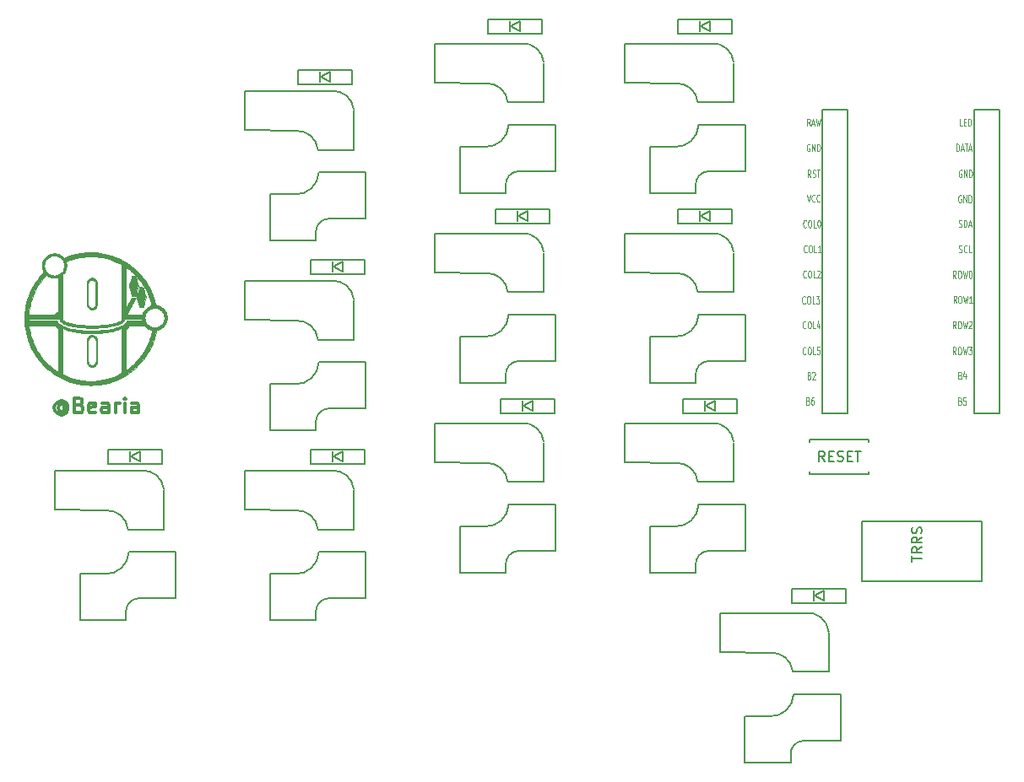
<source format=gbr>
G04 #@! TF.GenerationSoftware,KiCad,Pcbnew,(5.0.2)-1*
G04 #@! TF.CreationDate,2019-04-02T22:31:29+09:00*
G04 #@! TF.ProjectId,FirstContact,46697273-7443-46f6-9e74-6163742e6b69,rev?*
G04 #@! TF.SameCoordinates,Original*
G04 #@! TF.FileFunction,Legend,Top*
G04 #@! TF.FilePolarity,Positive*
%FSLAX46Y46*%
G04 Gerber Fmt 4.6, Leading zero omitted, Abs format (unit mm)*
G04 Created by KiCad (PCBNEW (5.0.2)-1) date 2019/04/02 22:31:29*
%MOMM*%
%LPD*%
G01*
G04 APERTURE LIST*
%ADD10C,0.300000*%
%ADD11C,0.150000*%
%ADD12C,0.010000*%
%ADD13C,0.125000*%
G04 APERTURE END LIST*
D10*
X96900000Y-73554285D02*
X96828571Y-73482857D01*
X96685714Y-73411428D01*
X96542857Y-73411428D01*
X96400000Y-73482857D01*
X96328571Y-73554285D01*
X96257142Y-73697142D01*
X96257142Y-73840000D01*
X96328571Y-73982857D01*
X96400000Y-74054285D01*
X96542857Y-74125714D01*
X96685714Y-74125714D01*
X96828571Y-74054285D01*
X96900000Y-73982857D01*
X96900000Y-73411428D02*
X96900000Y-73982857D01*
X96971428Y-74054285D01*
X97042857Y-74054285D01*
X97185714Y-73982857D01*
X97257142Y-73840000D01*
X97257142Y-73482857D01*
X97114285Y-73268571D01*
X96900000Y-73125714D01*
X96614285Y-73054285D01*
X96328571Y-73125714D01*
X96114285Y-73268571D01*
X95971428Y-73482857D01*
X95900000Y-73768571D01*
X95971428Y-74054285D01*
X96114285Y-74268571D01*
X96328571Y-74411428D01*
X96614285Y-74482857D01*
X96900000Y-74411428D01*
X97114285Y-74268571D01*
X98400000Y-73482857D02*
X98614285Y-73554285D01*
X98685714Y-73625714D01*
X98757142Y-73768571D01*
X98757142Y-73982857D01*
X98685714Y-74125714D01*
X98614285Y-74197142D01*
X98471428Y-74268571D01*
X97900000Y-74268571D01*
X97900000Y-72768571D01*
X98400000Y-72768571D01*
X98542857Y-72840000D01*
X98614285Y-72911428D01*
X98685714Y-73054285D01*
X98685714Y-73197142D01*
X98614285Y-73340000D01*
X98542857Y-73411428D01*
X98400000Y-73482857D01*
X97900000Y-73482857D01*
X99971428Y-74197142D02*
X99828571Y-74268571D01*
X99542857Y-74268571D01*
X99400000Y-74197142D01*
X99328571Y-74054285D01*
X99328571Y-73482857D01*
X99400000Y-73340000D01*
X99542857Y-73268571D01*
X99828571Y-73268571D01*
X99971428Y-73340000D01*
X100042857Y-73482857D01*
X100042857Y-73625714D01*
X99328571Y-73768571D01*
X101328571Y-74268571D02*
X101328571Y-73482857D01*
X101257142Y-73340000D01*
X101114285Y-73268571D01*
X100828571Y-73268571D01*
X100685714Y-73340000D01*
X101328571Y-74197142D02*
X101185714Y-74268571D01*
X100828571Y-74268571D01*
X100685714Y-74197142D01*
X100614285Y-74054285D01*
X100614285Y-73911428D01*
X100685714Y-73768571D01*
X100828571Y-73697142D01*
X101185714Y-73697142D01*
X101328571Y-73625714D01*
X102042857Y-74268571D02*
X102042857Y-73268571D01*
X102042857Y-73554285D02*
X102114285Y-73411428D01*
X102185714Y-73340000D01*
X102328571Y-73268571D01*
X102471428Y-73268571D01*
X102971428Y-74268571D02*
X102971428Y-73268571D01*
X102971428Y-72768571D02*
X102900000Y-72840000D01*
X102971428Y-72911428D01*
X103042857Y-72840000D01*
X102971428Y-72768571D01*
X102971428Y-72911428D01*
X104328571Y-74268571D02*
X104328571Y-73482857D01*
X104257142Y-73340000D01*
X104114285Y-73268571D01*
X103828571Y-73268571D01*
X103685714Y-73340000D01*
X104328571Y-74197142D02*
X104185714Y-74268571D01*
X103828571Y-74268571D01*
X103685714Y-74197142D01*
X103614285Y-74054285D01*
X103614285Y-73911428D01*
X103685714Y-73768571D01*
X103828571Y-73697142D01*
X104185714Y-73697142D01*
X104328571Y-73625714D01*
D11*
G04 #@! TO.C,U1*
X188133900Y-74352000D02*
X188133900Y-43872000D01*
X190673900Y-74352000D02*
X188133900Y-74352000D01*
X190673900Y-43872000D02*
X190673900Y-74352000D01*
X188133900Y-43872000D02*
X190673900Y-43872000D01*
X172913900Y-74352000D02*
X172913900Y-43872000D01*
X175453900Y-74352000D02*
X172913900Y-74352000D01*
X175453900Y-43872000D02*
X175453900Y-74352000D01*
X172913900Y-43872000D02*
X175453900Y-43872000D01*
G04 #@! TO.C,D1*
X106660000Y-79420000D02*
X106660000Y-77920000D01*
X101260000Y-79420000D02*
X106660000Y-79420000D01*
X101260000Y-77920000D02*
X101260000Y-79420000D01*
X106660000Y-77920000D02*
X101260000Y-77920000D01*
X103460000Y-78170000D02*
X103460000Y-79170000D01*
X104460000Y-79170000D02*
X103560000Y-78670000D01*
X104460000Y-78170000D02*
X104460000Y-79170000D01*
X103560000Y-78670000D02*
X104460000Y-78170000D01*
G04 #@! TO.C,D2*
X126980000Y-60370000D02*
X126980000Y-58870000D01*
X121580000Y-60370000D02*
X126980000Y-60370000D01*
X121580000Y-58870000D02*
X121580000Y-60370000D01*
X126980000Y-58870000D02*
X121580000Y-58870000D01*
X123780000Y-59120000D02*
X123780000Y-60120000D01*
X124780000Y-60120000D02*
X123880000Y-59620000D01*
X124780000Y-59120000D02*
X124780000Y-60120000D01*
X123880000Y-59620000D02*
X124780000Y-59120000D01*
G04 #@! TO.C,D3*
X175240000Y-93390000D02*
X175240000Y-91890000D01*
X169840000Y-93390000D02*
X175240000Y-93390000D01*
X169840000Y-91890000D02*
X169840000Y-93390000D01*
X175240000Y-91890000D02*
X169840000Y-91890000D01*
X172040000Y-92140000D02*
X172040000Y-93140000D01*
X173040000Y-93140000D02*
X172140000Y-92640000D01*
X173040000Y-92140000D02*
X173040000Y-93140000D01*
X172140000Y-92640000D02*
X173040000Y-92140000D01*
G04 #@! TO.C,D4*
X122610000Y-40570000D02*
X123510000Y-40070000D01*
X123510000Y-40070000D02*
X123510000Y-41070000D01*
X123510000Y-41070000D02*
X122610000Y-40570000D01*
X122510000Y-40070000D02*
X122510000Y-41070000D01*
X125710000Y-39820000D02*
X120310000Y-39820000D01*
X120310000Y-39820000D02*
X120310000Y-41320000D01*
X120310000Y-41320000D02*
X125710000Y-41320000D01*
X125710000Y-41320000D02*
X125710000Y-39820000D01*
G04 #@! TO.C,D5*
X123880000Y-78670000D02*
X124780000Y-78170000D01*
X124780000Y-78170000D02*
X124780000Y-79170000D01*
X124780000Y-79170000D02*
X123880000Y-78670000D01*
X123780000Y-78170000D02*
X123780000Y-79170000D01*
X126980000Y-77920000D02*
X121580000Y-77920000D01*
X121580000Y-77920000D02*
X121580000Y-79420000D01*
X121580000Y-79420000D02*
X126980000Y-79420000D01*
X126980000Y-79420000D02*
X126980000Y-77920000D01*
G04 #@! TO.C,D6*
X142425000Y-54540000D02*
X143325000Y-54040000D01*
X143325000Y-54040000D02*
X143325000Y-55040000D01*
X143325000Y-55040000D02*
X142425000Y-54540000D01*
X142325000Y-54040000D02*
X142325000Y-55040000D01*
X145525000Y-53790000D02*
X140125000Y-53790000D01*
X140125000Y-53790000D02*
X140125000Y-55290000D01*
X140125000Y-55290000D02*
X145525000Y-55290000D01*
X145525000Y-55290000D02*
X145525000Y-53790000D01*
G04 #@! TO.C,D7*
X144760000Y-36240000D02*
X144760000Y-34740000D01*
X139360000Y-36240000D02*
X144760000Y-36240000D01*
X139360000Y-34740000D02*
X139360000Y-36240000D01*
X144760000Y-34740000D02*
X139360000Y-34740000D01*
X141560000Y-34990000D02*
X141560000Y-35990000D01*
X142560000Y-35990000D02*
X141660000Y-35490000D01*
X142560000Y-34990000D02*
X142560000Y-35990000D01*
X141660000Y-35490000D02*
X142560000Y-34990000D01*
G04 #@! TO.C,D8*
X146030000Y-74340000D02*
X146030000Y-72840000D01*
X140630000Y-74340000D02*
X146030000Y-74340000D01*
X140630000Y-72840000D02*
X140630000Y-74340000D01*
X146030000Y-72840000D02*
X140630000Y-72840000D01*
X142830000Y-73090000D02*
X142830000Y-74090000D01*
X143830000Y-74090000D02*
X142930000Y-73590000D01*
X143830000Y-73090000D02*
X143830000Y-74090000D01*
X142930000Y-73590000D02*
X143830000Y-73090000D01*
G04 #@! TO.C,D9*
X160710000Y-54540000D02*
X161610000Y-54040000D01*
X161610000Y-54040000D02*
X161610000Y-55040000D01*
X161610000Y-55040000D02*
X160710000Y-54540000D01*
X160610000Y-54040000D02*
X160610000Y-55040000D01*
X163810000Y-53790000D02*
X158410000Y-53790000D01*
X158410000Y-53790000D02*
X158410000Y-55290000D01*
X158410000Y-55290000D02*
X163810000Y-55290000D01*
X163810000Y-55290000D02*
X163810000Y-53790000D01*
G04 #@! TO.C,D10*
X160710000Y-35490000D02*
X161610000Y-34990000D01*
X161610000Y-34990000D02*
X161610000Y-35990000D01*
X161610000Y-35990000D02*
X160710000Y-35490000D01*
X160610000Y-34990000D02*
X160610000Y-35990000D01*
X163810000Y-34740000D02*
X158410000Y-34740000D01*
X158410000Y-34740000D02*
X158410000Y-36240000D01*
X158410000Y-36240000D02*
X163810000Y-36240000D01*
X163810000Y-36240000D02*
X163810000Y-34740000D01*
G04 #@! TO.C,D11*
X161215000Y-73590000D02*
X162115000Y-73090000D01*
X162115000Y-73090000D02*
X162115000Y-74090000D01*
X162115000Y-74090000D02*
X161215000Y-73590000D01*
X161115000Y-73090000D02*
X161115000Y-74090000D01*
X164315000Y-72840000D02*
X158915000Y-72840000D01*
X158915000Y-72840000D02*
X158915000Y-74340000D01*
X158915000Y-74340000D02*
X164315000Y-74340000D01*
X164315000Y-74340000D02*
X164315000Y-72840000D01*
G04 #@! TO.C,J1*
X188891250Y-85195000D02*
X188891250Y-91195000D01*
X188891250Y-91195000D02*
X176891250Y-91195000D01*
X176891250Y-91195000D02*
X176891250Y-85195000D01*
X176891250Y-85195000D02*
X188891250Y-85195000D01*
G04 #@! TO.C,SW1*
X171603750Y-80420000D02*
X177603750Y-80420000D01*
X177603750Y-80420000D02*
X177603750Y-80170000D01*
X171603750Y-80420000D02*
X171603750Y-80170000D01*
X171603750Y-76920000D02*
X171603750Y-77170000D01*
X171603750Y-76920000D02*
X177603750Y-76920000D01*
X177603750Y-76920000D02*
X177603750Y-77170000D01*
G04 #@! TO.C,SW2*
X103065000Y-94362500D02*
X103065000Y-95062500D01*
X103065000Y-94312500D02*
G75*
G02X104285000Y-92892500I1320000J100000D01*
G01*
X103355000Y-88262500D02*
G75*
G02X100985000Y-90432500I-2270000J100000D01*
G01*
X108060000Y-88262500D02*
X108085000Y-92862500D01*
X98485000Y-90462500D02*
X98485000Y-95062500D01*
X104285000Y-92887500D02*
X108060000Y-92887500D01*
X103360000Y-88237500D02*
X108060000Y-88237500D01*
X98510000Y-90437500D02*
X101060000Y-90437500D01*
X98510000Y-95087500D02*
X103060000Y-95087500D01*
X103270000Y-85942500D02*
G75*
G03X101010000Y-84062500I-2070000J-190000D01*
G01*
X106874000Y-81942500D02*
G75*
G03X104610000Y-80058500I-2074000J-190000D01*
G01*
X95985000Y-84012500D02*
X101035000Y-84058500D01*
X95985000Y-83966500D02*
X95985000Y-80058500D01*
X95985000Y-80058500D02*
X104610000Y-80058500D01*
X106885000Y-82012500D02*
X106885000Y-85957500D01*
X106885000Y-85966500D02*
X103275000Y-85966500D01*
G04 #@! TO.C,SW3*
X125935000Y-66916500D02*
X122325000Y-66916500D01*
X125935000Y-62962500D02*
X125935000Y-66907500D01*
X115035000Y-61008500D02*
X123660000Y-61008500D01*
X115035000Y-64916500D02*
X115035000Y-61008500D01*
X115035000Y-64962500D02*
X120085000Y-65008500D01*
X125924000Y-62892500D02*
G75*
G03X123660000Y-61008500I-2074000J-190000D01*
G01*
X122320000Y-66892500D02*
G75*
G03X120060000Y-65012500I-2070000J-190000D01*
G01*
X117560000Y-76037500D02*
X122110000Y-76037500D01*
X117560000Y-71387500D02*
X120110000Y-71387500D01*
X122410000Y-69187500D02*
X127110000Y-69187500D01*
X123335000Y-73837500D02*
X127110000Y-73837500D01*
X117535000Y-71412500D02*
X117535000Y-76012500D01*
X127110000Y-69212500D02*
X127135000Y-73812500D01*
X122405000Y-69212500D02*
G75*
G02X120035000Y-71382500I-2270000J100000D01*
G01*
X122115000Y-75262500D02*
G75*
G02X123335000Y-73842500I1320000J100000D01*
G01*
X122115000Y-75312500D02*
X122115000Y-76012500D01*
G04 #@! TO.C,SW4*
X173560000Y-100254000D02*
X169950000Y-100254000D01*
X173560000Y-96300000D02*
X173560000Y-100245000D01*
X162660000Y-94346000D02*
X171285000Y-94346000D01*
X162660000Y-98254000D02*
X162660000Y-94346000D01*
X162660000Y-98300000D02*
X167710000Y-98346000D01*
X173549000Y-96230000D02*
G75*
G03X171285000Y-94346000I-2074000J-190000D01*
G01*
X169945000Y-100230000D02*
G75*
G03X167685000Y-98350000I-2070000J-190000D01*
G01*
X165185000Y-109375000D02*
X169735000Y-109375000D01*
X165185000Y-104725000D02*
X167735000Y-104725000D01*
X170035000Y-102525000D02*
X174735000Y-102525000D01*
X170960000Y-107175000D02*
X174735000Y-107175000D01*
X165160000Y-104750000D02*
X165160000Y-109350000D01*
X174735000Y-102550000D02*
X174760000Y-107150000D01*
X170030000Y-102550000D02*
G75*
G02X167660000Y-104720000I-2270000J100000D01*
G01*
X169740000Y-108600000D02*
G75*
G02X170960000Y-107180000I1320000J100000D01*
G01*
X169740000Y-108650000D02*
X169740000Y-109350000D01*
G04 #@! TO.C,SW5*
X122115000Y-56262500D02*
X122115000Y-56962500D01*
X122115000Y-56212500D02*
G75*
G02X123335000Y-54792500I1320000J100000D01*
G01*
X122405000Y-50162500D02*
G75*
G02X120035000Y-52332500I-2270000J100000D01*
G01*
X127110000Y-50162500D02*
X127135000Y-54762500D01*
X117535000Y-52362500D02*
X117535000Y-56962500D01*
X123335000Y-54787500D02*
X127110000Y-54787500D01*
X122410000Y-50137500D02*
X127110000Y-50137500D01*
X117560000Y-52337500D02*
X120110000Y-52337500D01*
X117560000Y-56987500D02*
X122110000Y-56987500D01*
X122320000Y-47842500D02*
G75*
G03X120060000Y-45962500I-2070000J-190000D01*
G01*
X125924000Y-43842500D02*
G75*
G03X123660000Y-41958500I-2074000J-190000D01*
G01*
X115035000Y-45912500D02*
X120085000Y-45958500D01*
X115035000Y-45866500D02*
X115035000Y-41958500D01*
X115035000Y-41958500D02*
X123660000Y-41958500D01*
X125935000Y-43912500D02*
X125935000Y-47857500D01*
X125935000Y-47866500D02*
X122325000Y-47866500D01*
G04 #@! TO.C,SW6*
X122115000Y-94362500D02*
X122115000Y-95062500D01*
X122115000Y-94312500D02*
G75*
G02X123335000Y-92892500I1320000J100000D01*
G01*
X122405000Y-88262500D02*
G75*
G02X120035000Y-90432500I-2270000J100000D01*
G01*
X127110000Y-88262500D02*
X127135000Y-92862500D01*
X117535000Y-90462500D02*
X117535000Y-95062500D01*
X123335000Y-92887500D02*
X127110000Y-92887500D01*
X122410000Y-88237500D02*
X127110000Y-88237500D01*
X117560000Y-90437500D02*
X120110000Y-90437500D01*
X117560000Y-95087500D02*
X122110000Y-95087500D01*
X122320000Y-85942500D02*
G75*
G03X120060000Y-84062500I-2070000J-190000D01*
G01*
X125924000Y-81942500D02*
G75*
G03X123660000Y-80058500I-2074000J-190000D01*
G01*
X115035000Y-84012500D02*
X120085000Y-84058500D01*
X115035000Y-83966500D02*
X115035000Y-80058500D01*
X115035000Y-80058500D02*
X123660000Y-80058500D01*
X125935000Y-82012500D02*
X125935000Y-85957500D01*
X125935000Y-85966500D02*
X122325000Y-85966500D01*
G04 #@! TO.C,SW7*
X141165000Y-70550000D02*
X141165000Y-71250000D01*
X141165000Y-70500000D02*
G75*
G02X142385000Y-69080000I1320000J100000D01*
G01*
X141455000Y-64450000D02*
G75*
G02X139085000Y-66620000I-2270000J100000D01*
G01*
X146160000Y-64450000D02*
X146185000Y-69050000D01*
X136585000Y-66650000D02*
X136585000Y-71250000D01*
X142385000Y-69075000D02*
X146160000Y-69075000D01*
X141460000Y-64425000D02*
X146160000Y-64425000D01*
X136610000Y-66625000D02*
X139160000Y-66625000D01*
X136610000Y-71275000D02*
X141160000Y-71275000D01*
X141370000Y-62130000D02*
G75*
G03X139110000Y-60250000I-2070000J-190000D01*
G01*
X144974000Y-58130000D02*
G75*
G03X142710000Y-56246000I-2074000J-190000D01*
G01*
X134085000Y-60200000D02*
X139135000Y-60246000D01*
X134085000Y-60154000D02*
X134085000Y-56246000D01*
X134085000Y-56246000D02*
X142710000Y-56246000D01*
X144985000Y-58200000D02*
X144985000Y-62145000D01*
X144985000Y-62154000D02*
X141375000Y-62154000D01*
G04 #@! TO.C,SW8*
X141165000Y-51500000D02*
X141165000Y-52200000D01*
X141165000Y-51450000D02*
G75*
G02X142385000Y-50030000I1320000J100000D01*
G01*
X141455000Y-45400000D02*
G75*
G02X139085000Y-47570000I-2270000J100000D01*
G01*
X146160000Y-45400000D02*
X146185000Y-50000000D01*
X136585000Y-47600000D02*
X136585000Y-52200000D01*
X142385000Y-50025000D02*
X146160000Y-50025000D01*
X141460000Y-45375000D02*
X146160000Y-45375000D01*
X136610000Y-47575000D02*
X139160000Y-47575000D01*
X136610000Y-52225000D02*
X141160000Y-52225000D01*
X141370000Y-43080000D02*
G75*
G03X139110000Y-41200000I-2070000J-190000D01*
G01*
X144974000Y-39080000D02*
G75*
G03X142710000Y-37196000I-2074000J-190000D01*
G01*
X134085000Y-41150000D02*
X139135000Y-41196000D01*
X134085000Y-41104000D02*
X134085000Y-37196000D01*
X134085000Y-37196000D02*
X142710000Y-37196000D01*
X144985000Y-39150000D02*
X144985000Y-43095000D01*
X144985000Y-43104000D02*
X141375000Y-43104000D01*
G04 #@! TO.C,SW9*
X144985000Y-81204000D02*
X141375000Y-81204000D01*
X144985000Y-77250000D02*
X144985000Y-81195000D01*
X134085000Y-75296000D02*
X142710000Y-75296000D01*
X134085000Y-79204000D02*
X134085000Y-75296000D01*
X134085000Y-79250000D02*
X139135000Y-79296000D01*
X144974000Y-77180000D02*
G75*
G03X142710000Y-75296000I-2074000J-190000D01*
G01*
X141370000Y-81180000D02*
G75*
G03X139110000Y-79300000I-2070000J-190000D01*
G01*
X136610000Y-90325000D02*
X141160000Y-90325000D01*
X136610000Y-85675000D02*
X139160000Y-85675000D01*
X141460000Y-83475000D02*
X146160000Y-83475000D01*
X142385000Y-88125000D02*
X146160000Y-88125000D01*
X136585000Y-85700000D02*
X136585000Y-90300000D01*
X146160000Y-83500000D02*
X146185000Y-88100000D01*
X141455000Y-83500000D02*
G75*
G02X139085000Y-85670000I-2270000J100000D01*
G01*
X141165000Y-89550000D02*
G75*
G02X142385000Y-88130000I1320000J100000D01*
G01*
X141165000Y-89600000D02*
X141165000Y-90300000D01*
G04 #@! TO.C,SW10*
X164035000Y-62154000D02*
X160425000Y-62154000D01*
X164035000Y-58200000D02*
X164035000Y-62145000D01*
X153135000Y-56246000D02*
X161760000Y-56246000D01*
X153135000Y-60154000D02*
X153135000Y-56246000D01*
X153135000Y-60200000D02*
X158185000Y-60246000D01*
X164024000Y-58130000D02*
G75*
G03X161760000Y-56246000I-2074000J-190000D01*
G01*
X160420000Y-62130000D02*
G75*
G03X158160000Y-60250000I-2070000J-190000D01*
G01*
X155660000Y-71275000D02*
X160210000Y-71275000D01*
X155660000Y-66625000D02*
X158210000Y-66625000D01*
X160510000Y-64425000D02*
X165210000Y-64425000D01*
X161435000Y-69075000D02*
X165210000Y-69075000D01*
X155635000Y-66650000D02*
X155635000Y-71250000D01*
X165210000Y-64450000D02*
X165235000Y-69050000D01*
X160505000Y-64450000D02*
G75*
G02X158135000Y-66620000I-2270000J100000D01*
G01*
X160215000Y-70500000D02*
G75*
G02X161435000Y-69080000I1320000J100000D01*
G01*
X160215000Y-70550000D02*
X160215000Y-71250000D01*
G04 #@! TO.C,SW11*
X160215000Y-51500000D02*
X160215000Y-52200000D01*
X160215000Y-51450000D02*
G75*
G02X161435000Y-50030000I1320000J100000D01*
G01*
X160505000Y-45400000D02*
G75*
G02X158135000Y-47570000I-2270000J100000D01*
G01*
X165210000Y-45400000D02*
X165235000Y-50000000D01*
X155635000Y-47600000D02*
X155635000Y-52200000D01*
X161435000Y-50025000D02*
X165210000Y-50025000D01*
X160510000Y-45375000D02*
X165210000Y-45375000D01*
X155660000Y-47575000D02*
X158210000Y-47575000D01*
X155660000Y-52225000D02*
X160210000Y-52225000D01*
X160420000Y-43080000D02*
G75*
G03X158160000Y-41200000I-2070000J-190000D01*
G01*
X164024000Y-39080000D02*
G75*
G03X161760000Y-37196000I-2074000J-190000D01*
G01*
X153135000Y-41150000D02*
X158185000Y-41196000D01*
X153135000Y-41104000D02*
X153135000Y-37196000D01*
X153135000Y-37196000D02*
X161760000Y-37196000D01*
X164035000Y-39150000D02*
X164035000Y-43095000D01*
X164035000Y-43104000D02*
X160425000Y-43104000D01*
G04 #@! TO.C,SW12*
X164035000Y-81204000D02*
X160425000Y-81204000D01*
X164035000Y-77250000D02*
X164035000Y-81195000D01*
X153135000Y-75296000D02*
X161760000Y-75296000D01*
X153135000Y-79204000D02*
X153135000Y-75296000D01*
X153135000Y-79250000D02*
X158185000Y-79296000D01*
X164024000Y-77180000D02*
G75*
G03X161760000Y-75296000I-2074000J-190000D01*
G01*
X160420000Y-81180000D02*
G75*
G03X158160000Y-79300000I-2070000J-190000D01*
G01*
X155660000Y-90325000D02*
X160210000Y-90325000D01*
X155660000Y-85675000D02*
X158210000Y-85675000D01*
X160510000Y-83475000D02*
X165210000Y-83475000D01*
X161435000Y-88125000D02*
X165210000Y-88125000D01*
X155635000Y-85700000D02*
X155635000Y-90300000D01*
X165210000Y-83500000D02*
X165235000Y-88100000D01*
X160505000Y-83500000D02*
G75*
G02X158135000Y-85670000I-2270000J100000D01*
G01*
X160215000Y-89550000D02*
G75*
G02X161435000Y-88130000I1320000J100000D01*
G01*
X160215000Y-89600000D02*
X160215000Y-90300000D01*
D12*
G04 #@! TO.C,G\002A\002A\002A*
G36*
X103857318Y-60554590D02*
X104031511Y-60557773D01*
X104180330Y-61061183D01*
X104329149Y-61564594D01*
X104180709Y-62065638D01*
X104032268Y-62566682D01*
X103857369Y-62569866D01*
X103682470Y-62573051D01*
X103653466Y-62477503D01*
X103643387Y-62444053D01*
X103627715Y-62391722D01*
X103607420Y-62323768D01*
X103583475Y-62243450D01*
X103556851Y-62154024D01*
X103528518Y-62058748D01*
X103503024Y-61972922D01*
X103381585Y-61563890D01*
X103503434Y-61153195D01*
X103532498Y-61055289D01*
X103560699Y-60960386D01*
X103587070Y-60871736D01*
X103610645Y-60792586D01*
X103630455Y-60726183D01*
X103645534Y-60675775D01*
X103654204Y-60646953D01*
X103683124Y-60551407D01*
X103857318Y-60554590D01*
X103857318Y-60554590D01*
G37*
X103857318Y-60554590D02*
X104031511Y-60557773D01*
X104180330Y-61061183D01*
X104329149Y-61564594D01*
X104180709Y-62065638D01*
X104032268Y-62566682D01*
X103857369Y-62569866D01*
X103682470Y-62573051D01*
X103653466Y-62477503D01*
X103643387Y-62444053D01*
X103627715Y-62391722D01*
X103607420Y-62323768D01*
X103583475Y-62243450D01*
X103556851Y-62154024D01*
X103528518Y-62058748D01*
X103503024Y-61972922D01*
X103381585Y-61563890D01*
X103503434Y-61153195D01*
X103532498Y-61055289D01*
X103560699Y-60960386D01*
X103587070Y-60871736D01*
X103610645Y-60792586D01*
X103630455Y-60726183D01*
X103645534Y-60675775D01*
X103654204Y-60646953D01*
X103683124Y-60551407D01*
X103857318Y-60554590D01*
G36*
X104619394Y-61662955D02*
X104793256Y-61666136D01*
X104942255Y-62172402D01*
X105091255Y-62678667D01*
X104942625Y-63182629D01*
X104793996Y-63686591D01*
X104619797Y-63689772D01*
X104445597Y-63692954D01*
X104427804Y-63637818D01*
X104420678Y-63614771D01*
X104407855Y-63572280D01*
X104390142Y-63513060D01*
X104368346Y-63439824D01*
X104343273Y-63355283D01*
X104315732Y-63262153D01*
X104286528Y-63163145D01*
X104276845Y-63130262D01*
X104143679Y-62677843D01*
X104282478Y-62206626D01*
X104312398Y-62105125D01*
X104340675Y-62009349D01*
X104366559Y-61921822D01*
X104389303Y-61845067D01*
X104408158Y-61781606D01*
X104422377Y-61733964D01*
X104431212Y-61704663D01*
X104433404Y-61697591D01*
X104445531Y-61659773D01*
X104619394Y-61662955D01*
X104619394Y-61662955D01*
G37*
X104619394Y-61662955D02*
X104793256Y-61666136D01*
X104942255Y-62172402D01*
X105091255Y-62678667D01*
X104942625Y-63182629D01*
X104793996Y-63686591D01*
X104619797Y-63689772D01*
X104445597Y-63692954D01*
X104427804Y-63637818D01*
X104420678Y-63614771D01*
X104407855Y-63572280D01*
X104390142Y-63513060D01*
X104368346Y-63439824D01*
X104343273Y-63355283D01*
X104315732Y-63262153D01*
X104286528Y-63163145D01*
X104276845Y-63130262D01*
X104143679Y-62677843D01*
X104282478Y-62206626D01*
X104312398Y-62105125D01*
X104340675Y-62009349D01*
X104366559Y-61921822D01*
X104389303Y-61845067D01*
X104408158Y-61781606D01*
X104422377Y-61733964D01*
X104431212Y-61704663D01*
X104433404Y-61697591D01*
X104445531Y-61659773D01*
X104619394Y-61662955D01*
G36*
X104028679Y-62713082D02*
X104055428Y-62714036D01*
X104062545Y-62715178D01*
X104057156Y-62726113D01*
X104041662Y-62755431D01*
X104017080Y-62801276D01*
X103984423Y-62861791D01*
X103944706Y-62935120D01*
X103898942Y-63019408D01*
X103848147Y-63112799D01*
X103793335Y-63213437D01*
X103735520Y-63319466D01*
X103675716Y-63429030D01*
X103614938Y-63540273D01*
X103554200Y-63651339D01*
X103494516Y-63760373D01*
X103436902Y-63865518D01*
X103382370Y-63964918D01*
X103331936Y-64056718D01*
X103286614Y-64139062D01*
X103247418Y-64210094D01*
X103215363Y-64267958D01*
X103191463Y-64310797D01*
X103176732Y-64336757D01*
X103172249Y-64344105D01*
X103169534Y-64335983D01*
X103167169Y-64306883D01*
X103165213Y-64258917D01*
X103163727Y-64194195D01*
X103162771Y-64114829D01*
X103162404Y-64022930D01*
X103162412Y-63997741D01*
X103162823Y-63640409D01*
X103668083Y-62716773D01*
X103865314Y-62713614D01*
X103929884Y-62712841D01*
X103985585Y-62712674D01*
X104028679Y-62713082D01*
X104028679Y-62713082D01*
G37*
X104028679Y-62713082D02*
X104055428Y-62714036D01*
X104062545Y-62715178D01*
X104057156Y-62726113D01*
X104041662Y-62755431D01*
X104017080Y-62801276D01*
X103984423Y-62861791D01*
X103944706Y-62935120D01*
X103898942Y-63019408D01*
X103848147Y-63112799D01*
X103793335Y-63213437D01*
X103735520Y-63319466D01*
X103675716Y-63429030D01*
X103614938Y-63540273D01*
X103554200Y-63651339D01*
X103494516Y-63760373D01*
X103436902Y-63865518D01*
X103382370Y-63964918D01*
X103331936Y-64056718D01*
X103286614Y-64139062D01*
X103247418Y-64210094D01*
X103215363Y-64267958D01*
X103191463Y-64310797D01*
X103176732Y-64336757D01*
X103172249Y-64344105D01*
X103169534Y-64335983D01*
X103167169Y-64306883D01*
X103165213Y-64258917D01*
X103163727Y-64194195D01*
X103162771Y-64114829D01*
X103162404Y-64022930D01*
X103162412Y-63997741D01*
X103162823Y-63640409D01*
X103668083Y-62716773D01*
X103865314Y-62713614D01*
X103929884Y-62712841D01*
X103985585Y-62712674D01*
X104028679Y-62713082D01*
G36*
X99771743Y-60731811D02*
X99847632Y-60757330D01*
X99914901Y-60794405D01*
X99980640Y-60847269D01*
X100006043Y-60871727D01*
X100070364Y-60950928D01*
X100119485Y-61042443D01*
X100148531Y-61134540D01*
X100150840Y-61157217D01*
X100152833Y-61201588D01*
X100154512Y-61267808D01*
X100155878Y-61356032D01*
X100156931Y-61466415D01*
X100157674Y-61599112D01*
X100158107Y-61754279D01*
X100158231Y-61932070D01*
X100158047Y-62132642D01*
X100157565Y-62353335D01*
X100154409Y-63513409D01*
X100111597Y-63603066D01*
X100052971Y-63702247D01*
X99980454Y-63783088D01*
X99893703Y-63845948D01*
X99864449Y-63861552D01*
X99817698Y-63883126D01*
X99778359Y-63896342D01*
X99736423Y-63903693D01*
X99681883Y-63907676D01*
X99678860Y-63907821D01*
X99622018Y-63909216D01*
X99578342Y-63906282D01*
X99538119Y-63897817D01*
X99500431Y-63885741D01*
X99399991Y-63838951D01*
X99314293Y-63774723D01*
X99244372Y-63694200D01*
X99191264Y-63598526D01*
X99161404Y-63511177D01*
X99158249Y-63487306D01*
X99155379Y-63442325D01*
X99152793Y-63378212D01*
X99150491Y-63296946D01*
X99148473Y-63200505D01*
X99146739Y-63090869D01*
X99145288Y-62970017D01*
X99144122Y-62839926D01*
X99143238Y-62702576D01*
X99142639Y-62559945D01*
X99142323Y-62414012D01*
X99142305Y-62332318D01*
X99271352Y-62332318D01*
X99271449Y-62535845D01*
X99271817Y-62716705D01*
X99272461Y-62875321D01*
X99273385Y-63012117D01*
X99274596Y-63127514D01*
X99276097Y-63221936D01*
X99277894Y-63295806D01*
X99279991Y-63349546D01*
X99282395Y-63383578D01*
X99283940Y-63394500D01*
X99310465Y-63480614D01*
X99351420Y-63561172D01*
X99403615Y-63631962D01*
X99463857Y-63688774D01*
X99528955Y-63727397D01*
X99539421Y-63731539D01*
X99602142Y-63745305D01*
X99672130Y-63745874D01*
X99740017Y-63733962D01*
X99793414Y-63712101D01*
X99869868Y-63654186D01*
X99933065Y-63578901D01*
X99980991Y-63489041D01*
X100004373Y-63418972D01*
X100007533Y-63395124D01*
X100010409Y-63350311D01*
X100013002Y-63286611D01*
X100015308Y-63206104D01*
X100017328Y-63110868D01*
X100019059Y-63002984D01*
X100020501Y-62884529D01*
X100021651Y-62757584D01*
X100022509Y-62624228D01*
X100023073Y-62486539D01*
X100023342Y-62346598D01*
X100023314Y-62206483D01*
X100022988Y-62068273D01*
X100022362Y-61934048D01*
X100021436Y-61805886D01*
X100020208Y-61685868D01*
X100018677Y-61576072D01*
X100016840Y-61478578D01*
X100014697Y-61395464D01*
X100012247Y-61328811D01*
X100009487Y-61280696D01*
X100006418Y-61253200D01*
X100005805Y-61250500D01*
X99968243Y-61147475D01*
X99915786Y-61060594D01*
X99849277Y-60991024D01*
X99789058Y-60950007D01*
X99749300Y-60930416D01*
X99713390Y-60920004D01*
X99670348Y-60916141D01*
X99646409Y-60915838D01*
X99596687Y-60917672D01*
X99558953Y-60924910D01*
X99522272Y-60940157D01*
X99504359Y-60949681D01*
X99426779Y-61005458D01*
X99364128Y-61078813D01*
X99335004Y-61128637D01*
X99324299Y-61149921D01*
X99314871Y-61169922D01*
X99306638Y-61190177D01*
X99299519Y-61212225D01*
X99293433Y-61237603D01*
X99288298Y-61267850D01*
X99284033Y-61304502D01*
X99280557Y-61349098D01*
X99277788Y-61403176D01*
X99275646Y-61468274D01*
X99274048Y-61545930D01*
X99272914Y-61637680D01*
X99272162Y-61745064D01*
X99271710Y-61869619D01*
X99271478Y-62012883D01*
X99271384Y-62176394D01*
X99271352Y-62332318D01*
X99142305Y-62332318D01*
X99142290Y-62266756D01*
X99142540Y-62120156D01*
X99143073Y-61976189D01*
X99143890Y-61836836D01*
X99144989Y-61704075D01*
X99146371Y-61579883D01*
X99148036Y-61466241D01*
X99149984Y-61365127D01*
X99152215Y-61278519D01*
X99154727Y-61208397D01*
X99157523Y-61156739D01*
X99160600Y-61125523D01*
X99161512Y-61120720D01*
X99196461Y-61021685D01*
X99252391Y-60928784D01*
X99315384Y-60856731D01*
X99399544Y-60789293D01*
X99491144Y-60743381D01*
X99588757Y-60719385D01*
X99690954Y-60717696D01*
X99771743Y-60731811D01*
X99771743Y-60731811D01*
G37*
X99771743Y-60731811D02*
X99847632Y-60757330D01*
X99914901Y-60794405D01*
X99980640Y-60847269D01*
X100006043Y-60871727D01*
X100070364Y-60950928D01*
X100119485Y-61042443D01*
X100148531Y-61134540D01*
X100150840Y-61157217D01*
X100152833Y-61201588D01*
X100154512Y-61267808D01*
X100155878Y-61356032D01*
X100156931Y-61466415D01*
X100157674Y-61599112D01*
X100158107Y-61754279D01*
X100158231Y-61932070D01*
X100158047Y-62132642D01*
X100157565Y-62353335D01*
X100154409Y-63513409D01*
X100111597Y-63603066D01*
X100052971Y-63702247D01*
X99980454Y-63783088D01*
X99893703Y-63845948D01*
X99864449Y-63861552D01*
X99817698Y-63883126D01*
X99778359Y-63896342D01*
X99736423Y-63903693D01*
X99681883Y-63907676D01*
X99678860Y-63907821D01*
X99622018Y-63909216D01*
X99578342Y-63906282D01*
X99538119Y-63897817D01*
X99500431Y-63885741D01*
X99399991Y-63838951D01*
X99314293Y-63774723D01*
X99244372Y-63694200D01*
X99191264Y-63598526D01*
X99161404Y-63511177D01*
X99158249Y-63487306D01*
X99155379Y-63442325D01*
X99152793Y-63378212D01*
X99150491Y-63296946D01*
X99148473Y-63200505D01*
X99146739Y-63090869D01*
X99145288Y-62970017D01*
X99144122Y-62839926D01*
X99143238Y-62702576D01*
X99142639Y-62559945D01*
X99142323Y-62414012D01*
X99142305Y-62332318D01*
X99271352Y-62332318D01*
X99271449Y-62535845D01*
X99271817Y-62716705D01*
X99272461Y-62875321D01*
X99273385Y-63012117D01*
X99274596Y-63127514D01*
X99276097Y-63221936D01*
X99277894Y-63295806D01*
X99279991Y-63349546D01*
X99282395Y-63383578D01*
X99283940Y-63394500D01*
X99310465Y-63480614D01*
X99351420Y-63561172D01*
X99403615Y-63631962D01*
X99463857Y-63688774D01*
X99528955Y-63727397D01*
X99539421Y-63731539D01*
X99602142Y-63745305D01*
X99672130Y-63745874D01*
X99740017Y-63733962D01*
X99793414Y-63712101D01*
X99869868Y-63654186D01*
X99933065Y-63578901D01*
X99980991Y-63489041D01*
X100004373Y-63418972D01*
X100007533Y-63395124D01*
X100010409Y-63350311D01*
X100013002Y-63286611D01*
X100015308Y-63206104D01*
X100017328Y-63110868D01*
X100019059Y-63002984D01*
X100020501Y-62884529D01*
X100021651Y-62757584D01*
X100022509Y-62624228D01*
X100023073Y-62486539D01*
X100023342Y-62346598D01*
X100023314Y-62206483D01*
X100022988Y-62068273D01*
X100022362Y-61934048D01*
X100021436Y-61805886D01*
X100020208Y-61685868D01*
X100018677Y-61576072D01*
X100016840Y-61478578D01*
X100014697Y-61395464D01*
X100012247Y-61328811D01*
X100009487Y-61280696D01*
X100006418Y-61253200D01*
X100005805Y-61250500D01*
X99968243Y-61147475D01*
X99915786Y-61060594D01*
X99849277Y-60991024D01*
X99789058Y-60950007D01*
X99749300Y-60930416D01*
X99713390Y-60920004D01*
X99670348Y-60916141D01*
X99646409Y-60915838D01*
X99596687Y-60917672D01*
X99558953Y-60924910D01*
X99522272Y-60940157D01*
X99504359Y-60949681D01*
X99426779Y-61005458D01*
X99364128Y-61078813D01*
X99335004Y-61128637D01*
X99324299Y-61149921D01*
X99314871Y-61169922D01*
X99306638Y-61190177D01*
X99299519Y-61212225D01*
X99293433Y-61237603D01*
X99288298Y-61267850D01*
X99284033Y-61304502D01*
X99280557Y-61349098D01*
X99277788Y-61403176D01*
X99275646Y-61468274D01*
X99274048Y-61545930D01*
X99272914Y-61637680D01*
X99272162Y-61745064D01*
X99271710Y-61869619D01*
X99271478Y-62012883D01*
X99271384Y-62176394D01*
X99271352Y-62332318D01*
X99142305Y-62332318D01*
X99142290Y-62266756D01*
X99142540Y-62120156D01*
X99143073Y-61976189D01*
X99143890Y-61836836D01*
X99144989Y-61704075D01*
X99146371Y-61579883D01*
X99148036Y-61466241D01*
X99149984Y-61365127D01*
X99152215Y-61278519D01*
X99154727Y-61208397D01*
X99157523Y-61156739D01*
X99160600Y-61125523D01*
X99161512Y-61120720D01*
X99196461Y-61021685D01*
X99252391Y-60928784D01*
X99315384Y-60856731D01*
X99399544Y-60789293D01*
X99491144Y-60743381D01*
X99588757Y-60719385D01*
X99690954Y-60717696D01*
X99771743Y-60731811D01*
G36*
X99724812Y-66457770D02*
X99795401Y-66473785D01*
X99862662Y-66496905D01*
X99903865Y-66516904D01*
X99955126Y-66553192D01*
X100008846Y-66601918D01*
X100058367Y-66656178D01*
X100097029Y-66709069D01*
X100108187Y-66728739D01*
X100118363Y-66748744D01*
X100127392Y-66767194D01*
X100135340Y-66785526D01*
X100142278Y-66805175D01*
X100148274Y-66827575D01*
X100153396Y-66854163D01*
X100157713Y-66886374D01*
X100161294Y-66925642D01*
X100164207Y-66973405D01*
X100166522Y-67031096D01*
X100168307Y-67100151D01*
X100169630Y-67182007D01*
X100170561Y-67278097D01*
X100171168Y-67389858D01*
X100171519Y-67518725D01*
X100171683Y-67666134D01*
X100171730Y-67833519D01*
X100171728Y-68022316D01*
X100171727Y-68056545D01*
X100171733Y-68249100D01*
X100171702Y-68420000D01*
X100171566Y-68570684D01*
X100171255Y-68702588D01*
X100170698Y-68817150D01*
X100169825Y-68915807D01*
X100168567Y-68999996D01*
X100166853Y-69071154D01*
X100164614Y-69130719D01*
X100161780Y-69180126D01*
X100158281Y-69220815D01*
X100154046Y-69254221D01*
X100149006Y-69281782D01*
X100143090Y-69304935D01*
X100136230Y-69325117D01*
X100128355Y-69343765D01*
X100119394Y-69362317D01*
X100109279Y-69382210D01*
X100106980Y-69386733D01*
X100074162Y-69438233D01*
X100028302Y-69493068D01*
X99975897Y-69544611D01*
X99923442Y-69586231D01*
X99894115Y-69603956D01*
X99798710Y-69641172D01*
X99699108Y-69658796D01*
X99600287Y-69656349D01*
X99525182Y-69639630D01*
X99464223Y-69617622D01*
X99415830Y-69593335D01*
X99371643Y-69561578D01*
X99323303Y-69517161D01*
X99315609Y-69509519D01*
X99246008Y-69424801D01*
X99195622Y-69330138D01*
X99167512Y-69235442D01*
X99165368Y-69212172D01*
X99163427Y-69166418D01*
X99161694Y-69098784D01*
X99160176Y-69009876D01*
X99158877Y-68900299D01*
X99157805Y-68770659D01*
X99156965Y-68621561D01*
X99156363Y-68453611D01*
X99156005Y-68267413D01*
X99155899Y-68067325D01*
X99271352Y-68067325D01*
X99271401Y-68248262D01*
X99271531Y-68407647D01*
X99271819Y-68547016D01*
X99272341Y-68667909D01*
X99273173Y-68771864D01*
X99274392Y-68860418D01*
X99276075Y-68935111D01*
X99278296Y-68997478D01*
X99281134Y-69049060D01*
X99284664Y-69091394D01*
X99288962Y-69126019D01*
X99294105Y-69154471D01*
X99300169Y-69178290D01*
X99307231Y-69199014D01*
X99315366Y-69218180D01*
X99324651Y-69237327D01*
X99329931Y-69247731D01*
X99372751Y-69312677D01*
X99430480Y-69373886D01*
X99495481Y-69423915D01*
X99530955Y-69443679D01*
X99614215Y-69471162D01*
X99699516Y-69475705D01*
X99783711Y-69457956D01*
X99846636Y-69425959D01*
X99907906Y-69375702D01*
X99963711Y-69311914D01*
X100010243Y-69239326D01*
X100043693Y-69162667D01*
X100055018Y-69121045D01*
X100057598Y-69098540D01*
X100059874Y-69056858D01*
X100061853Y-68995548D01*
X100063538Y-68914157D01*
X100064936Y-68812233D01*
X100066052Y-68689327D01*
X100066891Y-68544984D01*
X100067459Y-68378755D01*
X100067762Y-68190186D01*
X100067818Y-68052841D01*
X100067795Y-67876359D01*
X100067704Y-67721431D01*
X100067516Y-67586522D01*
X100067202Y-67470096D01*
X100066730Y-67370617D01*
X100066071Y-67286549D01*
X100065196Y-67216355D01*
X100064073Y-67158500D01*
X100062674Y-67111448D01*
X100060968Y-67073662D01*
X100058925Y-67043607D01*
X100056515Y-67019746D01*
X100053709Y-67000544D01*
X100050476Y-66984465D01*
X100046786Y-66969972D01*
X100046685Y-66969605D01*
X100013221Y-66877797D01*
X99966806Y-66801314D01*
X99911912Y-66741557D01*
X99837020Y-66686542D01*
X99756878Y-66652922D01*
X99674290Y-66640576D01*
X99592059Y-66649381D01*
X99512987Y-66679218D01*
X99439876Y-66729963D01*
X99406108Y-66763498D01*
X99344930Y-66848076D01*
X99301401Y-66944106D01*
X99283591Y-67012293D01*
X99280992Y-67038720D01*
X99278700Y-67088164D01*
X99276717Y-67160550D01*
X99275044Y-67255807D01*
X99273681Y-67373860D01*
X99272630Y-67514638D01*
X99271891Y-67678066D01*
X99271465Y-67864073D01*
X99271352Y-68067325D01*
X99155899Y-68067325D01*
X99155897Y-68063573D01*
X99155898Y-68052083D01*
X99155925Y-67859264D01*
X99155995Y-67688101D01*
X99156184Y-67537160D01*
X99156569Y-67405008D01*
X99157226Y-67290209D01*
X99158231Y-67191330D01*
X99159660Y-67106935D01*
X99161591Y-67035592D01*
X99164098Y-66975865D01*
X99167259Y-66926321D01*
X99171150Y-66885524D01*
X99175847Y-66852041D01*
X99181426Y-66824438D01*
X99187964Y-66801279D01*
X99195537Y-66781132D01*
X99204222Y-66762561D01*
X99214094Y-66744132D01*
X99225231Y-66724411D01*
X99226681Y-66721844D01*
X99264312Y-66666230D01*
X99312933Y-66610097D01*
X99366407Y-66559568D01*
X99418595Y-66520766D01*
X99440613Y-66508476D01*
X99509512Y-66480918D01*
X99582756Y-66461269D01*
X99649965Y-66452182D01*
X99662061Y-66451864D01*
X99724812Y-66457770D01*
X99724812Y-66457770D01*
G37*
X99724812Y-66457770D02*
X99795401Y-66473785D01*
X99862662Y-66496905D01*
X99903865Y-66516904D01*
X99955126Y-66553192D01*
X100008846Y-66601918D01*
X100058367Y-66656178D01*
X100097029Y-66709069D01*
X100108187Y-66728739D01*
X100118363Y-66748744D01*
X100127392Y-66767194D01*
X100135340Y-66785526D01*
X100142278Y-66805175D01*
X100148274Y-66827575D01*
X100153396Y-66854163D01*
X100157713Y-66886374D01*
X100161294Y-66925642D01*
X100164207Y-66973405D01*
X100166522Y-67031096D01*
X100168307Y-67100151D01*
X100169630Y-67182007D01*
X100170561Y-67278097D01*
X100171168Y-67389858D01*
X100171519Y-67518725D01*
X100171683Y-67666134D01*
X100171730Y-67833519D01*
X100171728Y-68022316D01*
X100171727Y-68056545D01*
X100171733Y-68249100D01*
X100171702Y-68420000D01*
X100171566Y-68570684D01*
X100171255Y-68702588D01*
X100170698Y-68817150D01*
X100169825Y-68915807D01*
X100168567Y-68999996D01*
X100166853Y-69071154D01*
X100164614Y-69130719D01*
X100161780Y-69180126D01*
X100158281Y-69220815D01*
X100154046Y-69254221D01*
X100149006Y-69281782D01*
X100143090Y-69304935D01*
X100136230Y-69325117D01*
X100128355Y-69343765D01*
X100119394Y-69362317D01*
X100109279Y-69382210D01*
X100106980Y-69386733D01*
X100074162Y-69438233D01*
X100028302Y-69493068D01*
X99975897Y-69544611D01*
X99923442Y-69586231D01*
X99894115Y-69603956D01*
X99798710Y-69641172D01*
X99699108Y-69658796D01*
X99600287Y-69656349D01*
X99525182Y-69639630D01*
X99464223Y-69617622D01*
X99415830Y-69593335D01*
X99371643Y-69561578D01*
X99323303Y-69517161D01*
X99315609Y-69509519D01*
X99246008Y-69424801D01*
X99195622Y-69330138D01*
X99167512Y-69235442D01*
X99165368Y-69212172D01*
X99163427Y-69166418D01*
X99161694Y-69098784D01*
X99160176Y-69009876D01*
X99158877Y-68900299D01*
X99157805Y-68770659D01*
X99156965Y-68621561D01*
X99156363Y-68453611D01*
X99156005Y-68267413D01*
X99155899Y-68067325D01*
X99271352Y-68067325D01*
X99271401Y-68248262D01*
X99271531Y-68407647D01*
X99271819Y-68547016D01*
X99272341Y-68667909D01*
X99273173Y-68771864D01*
X99274392Y-68860418D01*
X99276075Y-68935111D01*
X99278296Y-68997478D01*
X99281134Y-69049060D01*
X99284664Y-69091394D01*
X99288962Y-69126019D01*
X99294105Y-69154471D01*
X99300169Y-69178290D01*
X99307231Y-69199014D01*
X99315366Y-69218180D01*
X99324651Y-69237327D01*
X99329931Y-69247731D01*
X99372751Y-69312677D01*
X99430480Y-69373886D01*
X99495481Y-69423915D01*
X99530955Y-69443679D01*
X99614215Y-69471162D01*
X99699516Y-69475705D01*
X99783711Y-69457956D01*
X99846636Y-69425959D01*
X99907906Y-69375702D01*
X99963711Y-69311914D01*
X100010243Y-69239326D01*
X100043693Y-69162667D01*
X100055018Y-69121045D01*
X100057598Y-69098540D01*
X100059874Y-69056858D01*
X100061853Y-68995548D01*
X100063538Y-68914157D01*
X100064936Y-68812233D01*
X100066052Y-68689327D01*
X100066891Y-68544984D01*
X100067459Y-68378755D01*
X100067762Y-68190186D01*
X100067818Y-68052841D01*
X100067795Y-67876359D01*
X100067704Y-67721431D01*
X100067516Y-67586522D01*
X100067202Y-67470096D01*
X100066730Y-67370617D01*
X100066071Y-67286549D01*
X100065196Y-67216355D01*
X100064073Y-67158500D01*
X100062674Y-67111448D01*
X100060968Y-67073662D01*
X100058925Y-67043607D01*
X100056515Y-67019746D01*
X100053709Y-67000544D01*
X100050476Y-66984465D01*
X100046786Y-66969972D01*
X100046685Y-66969605D01*
X100013221Y-66877797D01*
X99966806Y-66801314D01*
X99911912Y-66741557D01*
X99837020Y-66686542D01*
X99756878Y-66652922D01*
X99674290Y-66640576D01*
X99592059Y-66649381D01*
X99512987Y-66679218D01*
X99439876Y-66729963D01*
X99406108Y-66763498D01*
X99344930Y-66848076D01*
X99301401Y-66944106D01*
X99283591Y-67012293D01*
X99280992Y-67038720D01*
X99278700Y-67088164D01*
X99276717Y-67160550D01*
X99275044Y-67255807D01*
X99273681Y-67373860D01*
X99272630Y-67514638D01*
X99271891Y-67678066D01*
X99271465Y-67864073D01*
X99271352Y-68067325D01*
X99155899Y-68067325D01*
X99155897Y-68063573D01*
X99155898Y-68052083D01*
X99155925Y-67859264D01*
X99155995Y-67688101D01*
X99156184Y-67537160D01*
X99156569Y-67405008D01*
X99157226Y-67290209D01*
X99158231Y-67191330D01*
X99159660Y-67106935D01*
X99161591Y-67035592D01*
X99164098Y-66975865D01*
X99167259Y-66926321D01*
X99171150Y-66885524D01*
X99175847Y-66852041D01*
X99181426Y-66824438D01*
X99187964Y-66801279D01*
X99195537Y-66781132D01*
X99204222Y-66762561D01*
X99214094Y-66744132D01*
X99225231Y-66724411D01*
X99226681Y-66721844D01*
X99264312Y-66666230D01*
X99312933Y-66610097D01*
X99366407Y-66559568D01*
X99418595Y-66520766D01*
X99440613Y-66508476D01*
X99509512Y-66480918D01*
X99582756Y-66461269D01*
X99649965Y-66452182D01*
X99662061Y-66451864D01*
X99724812Y-66457770D01*
G36*
X99680646Y-58170149D02*
X99797970Y-58171902D01*
X99905696Y-58174798D01*
X99999193Y-58178839D01*
X100067818Y-58183496D01*
X100466295Y-58228461D01*
X100854820Y-58294152D01*
X101233995Y-58380755D01*
X101604423Y-58488459D01*
X101966704Y-58617451D01*
X102321441Y-58767917D01*
X102669236Y-58940045D01*
X102887872Y-59061323D01*
X102946571Y-59094926D01*
X102998668Y-59124090D01*
X103040775Y-59146972D01*
X103069507Y-59161729D01*
X103081258Y-59166545D01*
X103092417Y-59174165D01*
X103092727Y-59176450D01*
X103101838Y-59187043D01*
X103125737Y-59205350D01*
X103159280Y-59227433D01*
X103159751Y-59227724D01*
X103193970Y-59249665D01*
X103241443Y-59281215D01*
X103296594Y-59318618D01*
X103353848Y-59358115D01*
X103370456Y-59369710D01*
X103674760Y-59596616D01*
X103967475Y-59842643D01*
X104246962Y-60106075D01*
X104511579Y-60385193D01*
X104759687Y-60678283D01*
X104989647Y-60983626D01*
X105172636Y-61256273D01*
X105339430Y-61534939D01*
X105494661Y-61826038D01*
X105636725Y-62125771D01*
X105764017Y-62430340D01*
X105874934Y-62735948D01*
X105967871Y-63038794D01*
X106030869Y-63288273D01*
X106043179Y-63342195D01*
X106054040Y-63388910D01*
X106062221Y-63423183D01*
X106066341Y-63439283D01*
X106082206Y-63453305D01*
X106120955Y-63465944D01*
X106147400Y-63471457D01*
X106310479Y-63512440D01*
X106462417Y-63572236D01*
X106602379Y-63649182D01*
X106729525Y-63741615D01*
X106843018Y-63847872D01*
X106942022Y-63966290D01*
X107025697Y-64095208D01*
X107093208Y-64232962D01*
X107143715Y-64377889D01*
X107176383Y-64528328D01*
X107190372Y-64682614D01*
X107184847Y-64839087D01*
X107158968Y-64996082D01*
X107111899Y-65151937D01*
X107057086Y-65277356D01*
X107005859Y-65371640D01*
X106952047Y-65452962D01*
X106888943Y-65530850D01*
X106845020Y-65578650D01*
X106718143Y-65696932D01*
X106582604Y-65794025D01*
X106437345Y-65870543D01*
X106281309Y-65927098D01*
X106213855Y-65944685D01*
X106110253Y-65968847D01*
X106095633Y-66057310D01*
X106063999Y-66223701D01*
X106022022Y-66405129D01*
X105971113Y-66596760D01*
X105912687Y-66793758D01*
X105848157Y-66991288D01*
X105778936Y-67184515D01*
X105727236Y-67317636D01*
X105572476Y-67671890D01*
X105398215Y-68014557D01*
X105205234Y-68345004D01*
X104994315Y-68662594D01*
X104766239Y-68966693D01*
X104521786Y-69256665D01*
X104261737Y-69531877D01*
X103986874Y-69791693D01*
X103697977Y-70035478D01*
X103395827Y-70262596D01*
X103081206Y-70472414D01*
X102754894Y-70664296D01*
X102417673Y-70837607D01*
X102070323Y-70991712D01*
X101713626Y-71125976D01*
X101348362Y-71239765D01*
X100975312Y-71332443D01*
X100729380Y-71380999D01*
X100435000Y-71426099D01*
X100132214Y-71458836D01*
X99826762Y-71478914D01*
X99524384Y-71486041D01*
X99230821Y-71479923D01*
X99034500Y-71467672D01*
X98640713Y-71424402D01*
X98252857Y-71359024D01*
X97871571Y-71271769D01*
X97497496Y-71162869D01*
X97131269Y-71032558D01*
X96773530Y-70881066D01*
X96424919Y-70708626D01*
X96086074Y-70515470D01*
X95917851Y-70406045D01*
X96716067Y-70406045D01*
X96772693Y-70433677D01*
X97121879Y-70592016D01*
X97474896Y-70728211D01*
X97831103Y-70842085D01*
X98189859Y-70933460D01*
X98550526Y-71002159D01*
X98912461Y-71048005D01*
X99028727Y-71057842D01*
X99094117Y-71062708D01*
X99156437Y-71067349D01*
X99209561Y-71071309D01*
X99247361Y-71074132D01*
X99253864Y-71074619D01*
X99293127Y-71076298D01*
X99351481Y-71077128D01*
X99424942Y-71077188D01*
X99509529Y-71076554D01*
X99601258Y-71075303D01*
X99696147Y-71073511D01*
X99790214Y-71071257D01*
X99879477Y-71068615D01*
X99959952Y-71065664D01*
X100027658Y-71062480D01*
X100078612Y-71059140D01*
X100085136Y-71058579D01*
X100454690Y-71015446D01*
X100812842Y-70953368D01*
X101161964Y-70871652D01*
X101504427Y-70769606D01*
X101842603Y-70646538D01*
X102178864Y-70501756D01*
X102451955Y-70367834D01*
X102625136Y-70278339D01*
X102628052Y-68012897D01*
X102628312Y-67785979D01*
X102628504Y-67565296D01*
X102628628Y-67351952D01*
X102628686Y-67147049D01*
X102628680Y-66951691D01*
X102628612Y-66766982D01*
X102628483Y-66594026D01*
X102628295Y-66433924D01*
X102628049Y-66287782D01*
X102627748Y-66156702D01*
X102627392Y-66041788D01*
X102627067Y-65963902D01*
X103092727Y-65963902D01*
X103092727Y-67968496D01*
X103092764Y-68181776D01*
X103092873Y-68388751D01*
X103093050Y-68588249D01*
X103093292Y-68779096D01*
X103093593Y-68960120D01*
X103093951Y-69130147D01*
X103094361Y-69288005D01*
X103094820Y-69432519D01*
X103095324Y-69562518D01*
X103095870Y-69676828D01*
X103096452Y-69774276D01*
X103097068Y-69853689D01*
X103097713Y-69913894D01*
X103098384Y-69953718D01*
X103099077Y-69971987D01*
X103099296Y-69973091D01*
X103110841Y-69966808D01*
X103136948Y-69949814D01*
X103173439Y-69924891D01*
X103206091Y-69901971D01*
X103314085Y-69822435D01*
X103431747Y-69730620D01*
X103553180Y-69631300D01*
X103672481Y-69529250D01*
X103732326Y-69476143D01*
X104006714Y-69213933D01*
X104263730Y-68936978D01*
X104502845Y-68646123D01*
X104723532Y-68342212D01*
X104925265Y-68026092D01*
X105107515Y-67698607D01*
X105269757Y-67360602D01*
X105411462Y-67012923D01*
X105532104Y-66656415D01*
X105568455Y-66532545D01*
X105590174Y-66452900D01*
X105612987Y-66364604D01*
X105635584Y-66273146D01*
X105656657Y-66184014D01*
X105674898Y-66102697D01*
X105688996Y-66034684D01*
X105695125Y-66001358D01*
X105701999Y-65960853D01*
X105602136Y-65935037D01*
X105463035Y-65888385D01*
X105325187Y-65821768D01*
X105193311Y-65738048D01*
X105072124Y-65640090D01*
X105001706Y-65570554D01*
X104919094Y-65481909D01*
X103478608Y-65481909D01*
X103400329Y-65551396D01*
X103307000Y-65640843D01*
X103230990Y-65729285D01*
X103167592Y-65822646D01*
X103128259Y-65893979D01*
X103092727Y-65963902D01*
X102627067Y-65963902D01*
X102626984Y-65944143D01*
X102626525Y-65864871D01*
X102626016Y-65805076D01*
X102625460Y-65765860D01*
X102624857Y-65748328D01*
X102624683Y-65747455D01*
X102612570Y-65752916D01*
X102585476Y-65767528D01*
X102548264Y-65788629D01*
X102529404Y-65799597D01*
X102482586Y-65824770D01*
X102422098Y-65854075D01*
X102355974Y-65883759D01*
X102296091Y-65908563D01*
X102105191Y-65976343D01*
X101893925Y-66037752D01*
X101664169Y-66092619D01*
X101417798Y-66140774D01*
X101156690Y-66182044D01*
X100882720Y-66216261D01*
X100597765Y-66243252D01*
X100303701Y-66262847D01*
X100002404Y-66274876D01*
X99695751Y-66279168D01*
X99385618Y-66275551D01*
X99073880Y-66263856D01*
X98762415Y-66243912D01*
X98682364Y-66237409D01*
X98427202Y-66212119D01*
X98181053Y-66180471D01*
X97945559Y-66142860D01*
X97722357Y-66099681D01*
X97513089Y-66051328D01*
X97319392Y-65998195D01*
X97142907Y-65940677D01*
X96985273Y-65879167D01*
X96848130Y-65814060D01*
X96791795Y-65782670D01*
X96731182Y-65746987D01*
X96731182Y-66553488D01*
X96731118Y-66670778D01*
X96730933Y-66808675D01*
X96730634Y-66964696D01*
X96730229Y-67136355D01*
X96729726Y-67321171D01*
X96729134Y-67516660D01*
X96728461Y-67720336D01*
X96727714Y-67929718D01*
X96726901Y-68142322D01*
X96726032Y-68355663D01*
X96725113Y-68567259D01*
X96724153Y-68774625D01*
X96723624Y-68883017D01*
X96716067Y-70406045D01*
X95917851Y-70406045D01*
X95757636Y-70301830D01*
X95686318Y-70251733D01*
X95399171Y-70034415D01*
X95120168Y-69797789D01*
X94852109Y-69544665D01*
X94597793Y-69277852D01*
X94360017Y-69000159D01*
X94141581Y-68714395D01*
X94108856Y-68668455D01*
X93890657Y-68339560D01*
X93693805Y-68001919D01*
X93518281Y-67655482D01*
X93364065Y-67300197D01*
X93231141Y-66936013D01*
X93119488Y-66562880D01*
X93029089Y-66180745D01*
X92959925Y-65789558D01*
X92924459Y-65493455D01*
X93324833Y-65493455D01*
X93330391Y-65519432D01*
X93334141Y-65542054D01*
X93339546Y-65580961D01*
X93345702Y-65629487D01*
X93348759Y-65655091D01*
X93390461Y-65936342D01*
X93450323Y-66226240D01*
X93527058Y-66520978D01*
X93619378Y-66816750D01*
X93725998Y-67109750D01*
X93845631Y-67396171D01*
X93976990Y-67672208D01*
X94118790Y-67934054D01*
X94119355Y-67935030D01*
X94320763Y-68260465D01*
X94540094Y-68571843D01*
X94776703Y-68868475D01*
X95029949Y-69149671D01*
X95299186Y-69414742D01*
X95583773Y-69662997D01*
X95883065Y-69893747D01*
X96064361Y-70020110D01*
X96121922Y-70058548D01*
X96172476Y-70091963D01*
X96213083Y-70118440D01*
X96240805Y-70136066D01*
X96252702Y-70142924D01*
X96252931Y-70142928D01*
X96253170Y-70131319D01*
X96253486Y-70097757D01*
X96253875Y-70043380D01*
X96254331Y-69969327D01*
X96254850Y-69876735D01*
X96255425Y-69766742D01*
X96256051Y-69640487D01*
X96256723Y-69499107D01*
X96257436Y-69343741D01*
X96258184Y-69175526D01*
X96258962Y-68995600D01*
X96259765Y-68805102D01*
X96260588Y-68605170D01*
X96261424Y-68396941D01*
X96262269Y-68181553D01*
X96262950Y-68004138D01*
X96271076Y-65867775D01*
X96216463Y-65793183D01*
X96166590Y-65730887D01*
X96107911Y-65666769D01*
X96046251Y-65606619D01*
X95987430Y-65556226D01*
X95952771Y-65530977D01*
X95895950Y-65493455D01*
X93324833Y-65493455D01*
X92924459Y-65493455D01*
X92911979Y-65389267D01*
X92907886Y-65343364D01*
X92903024Y-65269973D01*
X92899221Y-65178067D01*
X92896477Y-65072184D01*
X92894792Y-64956859D01*
X92894167Y-64836630D01*
X92894178Y-64833354D01*
X93290636Y-64833354D01*
X93290636Y-64896415D01*
X93291995Y-64939923D01*
X93295451Y-64979942D01*
X93297852Y-64995557D01*
X93305068Y-65031636D01*
X96152216Y-65031636D01*
X96182405Y-65097576D01*
X96236447Y-65190393D01*
X96311633Y-65278624D01*
X96408292Y-65362512D01*
X96526752Y-65442303D01*
X96667343Y-65518241D01*
X96830394Y-65590570D01*
X96864013Y-65603954D01*
X97086376Y-65682980D01*
X97328840Y-65754140D01*
X97589729Y-65817240D01*
X97867368Y-65872090D01*
X98160078Y-65918496D01*
X98466185Y-65956266D01*
X98784012Y-65985208D01*
X99111881Y-66005129D01*
X99448117Y-66015837D01*
X99791043Y-66017140D01*
X100138982Y-66008846D01*
X100321818Y-66000651D01*
X100656702Y-65978125D01*
X100977081Y-65946259D01*
X101280631Y-65905324D01*
X101562955Y-65855998D01*
X101754396Y-65815004D01*
X101941480Y-65768511D01*
X102121525Y-65717434D01*
X102291848Y-65662689D01*
X102449769Y-65605192D01*
X102592604Y-65545859D01*
X102717672Y-65485605D01*
X102820276Y-65426636D01*
X102917997Y-65357267D01*
X103002742Y-65282876D01*
X103071952Y-65206201D01*
X103123070Y-65129981D01*
X103147346Y-65076610D01*
X103167420Y-65020091D01*
X104700049Y-65020091D01*
X104693670Y-64994114D01*
X104688435Y-64967453D01*
X104682371Y-64929190D01*
X104679567Y-64908890D01*
X104671842Y-64849644D01*
X103931353Y-64841490D01*
X103797853Y-64840015D01*
X103667477Y-64838566D01*
X103542689Y-64837172D01*
X103425954Y-64835859D01*
X103319736Y-64834656D01*
X103226500Y-64833590D01*
X103148709Y-64832690D01*
X103088829Y-64831984D01*
X103049323Y-64831499D01*
X103046545Y-64831463D01*
X102902227Y-64829591D01*
X102896455Y-64916776D01*
X102889354Y-64976925D01*
X102877552Y-65020737D01*
X102870437Y-65034772D01*
X102815053Y-65101309D01*
X102737757Y-65166595D01*
X102639711Y-65230226D01*
X102522079Y-65291793D01*
X102386024Y-65350891D01*
X102232708Y-65407112D01*
X102063294Y-65460051D01*
X101878945Y-65509299D01*
X101680826Y-65554451D01*
X101470097Y-65595100D01*
X101247923Y-65630839D01*
X101113131Y-65649304D01*
X100911326Y-65673664D01*
X100718527Y-65693508D01*
X100529589Y-65709142D01*
X100339369Y-65720873D01*
X100142721Y-65729006D01*
X99934503Y-65733847D01*
X99709571Y-65735703D01*
X99659560Y-65735741D01*
X99419902Y-65734146D01*
X99198321Y-65729361D01*
X98989984Y-65721099D01*
X98790060Y-65709069D01*
X98593717Y-65692982D01*
X98396124Y-65672548D01*
X98197455Y-65648137D01*
X97959153Y-65613319D01*
X97733343Y-65573339D01*
X97521213Y-65528571D01*
X97323951Y-65479391D01*
X97142745Y-65426173D01*
X96978782Y-65369291D01*
X96833250Y-65309120D01*
X96707339Y-65246034D01*
X96602234Y-65180409D01*
X96529375Y-65122210D01*
X96478211Y-65069922D01*
X96444317Y-65020007D01*
X96423872Y-64965437D01*
X96420615Y-64946818D01*
X96728610Y-64946818D01*
X96777544Y-64988703D01*
X96854564Y-65044155D01*
X96953154Y-65097770D01*
X97071847Y-65149265D01*
X97209176Y-65198354D01*
X97363672Y-65244756D01*
X97533867Y-65288184D01*
X97718294Y-65328355D01*
X97915486Y-65364985D01*
X98123973Y-65397790D01*
X98342289Y-65426485D01*
X98568966Y-65450787D01*
X98802535Y-65470411D01*
X99041529Y-65485074D01*
X99284480Y-65494491D01*
X99403955Y-65497094D01*
X99469683Y-65498251D01*
X99531583Y-65499512D01*
X99583900Y-65500746D01*
X99620882Y-65501826D01*
X99629091Y-65502142D01*
X99653436Y-65502359D01*
X99697559Y-65501899D01*
X99758160Y-65500832D01*
X99831936Y-65499226D01*
X99915587Y-65497148D01*
X100005812Y-65494668D01*
X100044727Y-65493528D01*
X100349559Y-65481051D01*
X100641561Y-65462310D01*
X100919671Y-65437484D01*
X101182827Y-65406752D01*
X101429967Y-65370292D01*
X101660030Y-65328284D01*
X101871953Y-65280905D01*
X102064676Y-65228336D01*
X102237135Y-65170755D01*
X102388270Y-65108340D01*
X102419168Y-65093678D01*
X102471529Y-65065996D01*
X102522504Y-65035356D01*
X102564071Y-65006718D01*
X102577918Y-64995500D01*
X102630909Y-64948856D01*
X102630909Y-64719909D01*
X104959079Y-64719909D01*
X104964849Y-64854338D01*
X104984734Y-64975076D01*
X105020179Y-65087739D01*
X105072629Y-65197939D01*
X105089840Y-65227909D01*
X105175201Y-65349449D01*
X105277330Y-65456323D01*
X105394002Y-65546996D01*
X105522992Y-65619934D01*
X105662074Y-65673602D01*
X105775806Y-65701038D01*
X105844486Y-65708424D01*
X105927403Y-65709631D01*
X106016688Y-65705159D01*
X106104475Y-65695508D01*
X106182896Y-65681180D01*
X106213550Y-65673188D01*
X106355794Y-65619865D01*
X106485087Y-65548242D01*
X106600176Y-65459899D01*
X106699813Y-65356417D01*
X106782744Y-65239376D01*
X106847721Y-65110359D01*
X106893491Y-64970946D01*
X106918803Y-64822717D01*
X106922175Y-64777636D01*
X106919011Y-64628225D01*
X106894128Y-64484016D01*
X106848658Y-64346900D01*
X106783732Y-64218770D01*
X106700485Y-64101516D01*
X106600047Y-63997030D01*
X106483552Y-63907203D01*
X106359066Y-63837180D01*
X106264274Y-63797135D01*
X106173306Y-63769996D01*
X106078324Y-63754090D01*
X105971490Y-63747743D01*
X105938682Y-63747451D01*
X105827168Y-63751441D01*
X105729683Y-63764527D01*
X105638386Y-63788381D01*
X105545441Y-63824676D01*
X105518297Y-63837180D01*
X105386469Y-63911857D01*
X105270408Y-64003270D01*
X105170599Y-64110845D01*
X105087523Y-64234012D01*
X105021664Y-64372198D01*
X104990492Y-64462485D01*
X104977287Y-64509693D01*
X104968397Y-64551899D01*
X104962968Y-64596087D01*
X104960149Y-64649242D01*
X104959088Y-64718350D01*
X104959079Y-64719909D01*
X102630909Y-64719909D01*
X102630909Y-62023204D01*
X103092727Y-62023204D01*
X103092727Y-64373226D01*
X103465068Y-64376437D01*
X103571285Y-64377321D01*
X103694176Y-64378290D01*
X103827327Y-64379295D01*
X103964322Y-64380291D01*
X104098746Y-64381230D01*
X104224182Y-64382064D01*
X104272302Y-64382370D01*
X104707195Y-64385091D01*
X104737199Y-64294996D01*
X104780240Y-64189866D01*
X104839420Y-64080292D01*
X104910499Y-63972689D01*
X104989240Y-63873476D01*
X105071402Y-63789068D01*
X105071453Y-63789021D01*
X105182141Y-63699522D01*
X105303726Y-63620722D01*
X105430235Y-63555986D01*
X105555695Y-63508681D01*
X105582487Y-63500968D01*
X105622947Y-63487790D01*
X105648739Y-63474753D01*
X105655818Y-63465757D01*
X105653055Y-63449823D01*
X105645417Y-63415684D01*
X105633886Y-63367470D01*
X105619439Y-63309313D01*
X105608995Y-63268312D01*
X105503742Y-62905037D01*
X105377136Y-62549983D01*
X105229720Y-62204030D01*
X105062032Y-61868056D01*
X104874615Y-61542941D01*
X104668009Y-61229564D01*
X104442755Y-60928805D01*
X104199394Y-60641544D01*
X103938466Y-60368660D01*
X103675773Y-60124386D01*
X103604141Y-60062727D01*
X103526391Y-59997938D01*
X103445788Y-59932563D01*
X103365601Y-59869145D01*
X103289096Y-59810230D01*
X103219541Y-59758360D01*
X103160204Y-59716081D01*
X103114351Y-59685935D01*
X103107159Y-59681629D01*
X103105420Y-59684632D01*
X103103817Y-59696290D01*
X103102346Y-59717400D01*
X103101002Y-59748760D01*
X103099780Y-59791166D01*
X103098675Y-59845415D01*
X103097682Y-59912306D01*
X103096796Y-59992634D01*
X103096013Y-60087198D01*
X103095327Y-60196794D01*
X103094734Y-60322219D01*
X103094228Y-60464271D01*
X103093805Y-60623747D01*
X103093460Y-60801443D01*
X103093187Y-60998158D01*
X103092983Y-61214687D01*
X103092841Y-61451829D01*
X103092758Y-61710381D01*
X103092728Y-61991139D01*
X103092727Y-62023204D01*
X102630909Y-62023204D01*
X102630909Y-59377687D01*
X102454841Y-59285182D01*
X102127405Y-59124584D01*
X101796202Y-58985151D01*
X101459476Y-58866381D01*
X101115473Y-58767769D01*
X100762436Y-58688812D01*
X100398610Y-58629004D01*
X100027409Y-58588277D01*
X99950220Y-58583280D01*
X99854893Y-58579484D01*
X99746349Y-58576889D01*
X99629509Y-58575495D01*
X99509296Y-58575300D01*
X99390631Y-58576305D01*
X99278435Y-58578510D01*
X99177630Y-58581913D01*
X99093137Y-58586516D01*
X99069136Y-58588342D01*
X98732828Y-58623883D01*
X98410913Y-58673669D01*
X98098835Y-58738756D01*
X97792034Y-58820199D01*
X97485954Y-58919051D01*
X97235232Y-59012685D01*
X97166316Y-59040048D01*
X97116093Y-59060612D01*
X97081745Y-59075975D01*
X97060456Y-59087735D01*
X97049409Y-59097491D01*
X97045785Y-59106841D01*
X97046769Y-59117384D01*
X97047184Y-59119374D01*
X97052981Y-59145679D01*
X97061979Y-59185736D01*
X97072041Y-59230045D01*
X97095233Y-59380478D01*
X97098087Y-59534791D01*
X97081480Y-59689625D01*
X97046287Y-59841618D01*
X96993383Y-59987407D01*
X96923646Y-60123632D01*
X96837950Y-60246932D01*
X96793769Y-60298000D01*
X96745547Y-60349955D01*
X96737079Y-62648386D01*
X96728610Y-64946818D01*
X96420615Y-64946818D01*
X96414245Y-64910409D01*
X96406305Y-64841136D01*
X94848471Y-64837245D01*
X93290636Y-64833354D01*
X92894178Y-64833354D01*
X92894602Y-64716034D01*
X92896097Y-64599607D01*
X92898652Y-64491885D01*
X92902268Y-64397406D01*
X92903722Y-64373545D01*
X93310552Y-64373545D01*
X95866934Y-64373545D01*
X95920944Y-64342368D01*
X96035708Y-64266759D01*
X96143808Y-64175362D01*
X96185659Y-64134240D01*
X96269364Y-64048841D01*
X96269370Y-63411670D01*
X96269465Y-63299389D01*
X96269737Y-63167209D01*
X96270172Y-63018322D01*
X96270756Y-62855919D01*
X96271473Y-62683192D01*
X96272311Y-62503332D01*
X96273254Y-62319531D01*
X96274289Y-62134980D01*
X96275400Y-61952870D01*
X96276573Y-61776394D01*
X96277034Y-61711192D01*
X96284691Y-60647885D01*
X96176004Y-60676157D01*
X96067470Y-60697715D01*
X95949211Y-60709734D01*
X95830001Y-60711852D01*
X95718613Y-60703706D01*
X95674773Y-60696858D01*
X95542283Y-60666296D01*
X95422595Y-60625430D01*
X95307695Y-60571001D01*
X95189569Y-60499746D01*
X95188246Y-60498872D01*
X95094264Y-60436767D01*
X95001965Y-60531906D01*
X94788098Y-60766691D01*
X94582818Y-61020629D01*
X94387989Y-61290782D01*
X94205478Y-61574211D01*
X94037150Y-61867978D01*
X93884872Y-62169145D01*
X93750510Y-62474773D01*
X93720784Y-62549364D01*
X93619355Y-62830309D01*
X93530069Y-63121121D01*
X93454081Y-63416860D01*
X93392545Y-63712582D01*
X93346615Y-64003347D01*
X93318330Y-64272523D01*
X93310552Y-64373545D01*
X92903722Y-64373545D01*
X92906945Y-64320706D01*
X92907822Y-64310045D01*
X92949373Y-63932939D01*
X93008293Y-63569028D01*
X93085307Y-63215501D01*
X93181140Y-62869548D01*
X93296518Y-62528360D01*
X93432165Y-62189125D01*
X93487089Y-62064751D01*
X93642448Y-61746408D01*
X93817857Y-61432438D01*
X94011110Y-61126096D01*
X94219999Y-60830638D01*
X94442315Y-60549319D01*
X94675851Y-60285396D01*
X94737814Y-60220359D01*
X94829709Y-60125400D01*
X94793590Y-60057634D01*
X94758688Y-59982051D01*
X94725471Y-59891807D01*
X94696527Y-59795312D01*
X94674443Y-59700979D01*
X94663801Y-59635603D01*
X94657497Y-59514934D01*
X94878305Y-59514934D01*
X94882994Y-59610955D01*
X94894711Y-59695893D01*
X94900293Y-59720727D01*
X94948150Y-59865726D01*
X95014112Y-59998561D01*
X95096407Y-60118104D01*
X95193264Y-60223226D01*
X95302912Y-60312796D01*
X95423581Y-60385686D01*
X95553500Y-60440765D01*
X95690898Y-60476906D01*
X95834005Y-60492977D01*
X95981048Y-60487850D01*
X96078864Y-60472416D01*
X96223662Y-60431215D01*
X96357599Y-60370915D01*
X96479316Y-60293265D01*
X96587457Y-60200014D01*
X96680662Y-60092910D01*
X96757575Y-59973702D01*
X96816838Y-59844139D01*
X96857094Y-59705971D01*
X96876984Y-59560945D01*
X96877459Y-59443636D01*
X96865773Y-59327502D01*
X96842550Y-59221730D01*
X96805374Y-59117412D01*
X96766380Y-59033773D01*
X96689747Y-58904869D01*
X96598818Y-58793731D01*
X96492230Y-58698999D01*
X96368620Y-58619311D01*
X96332864Y-58600555D01*
X96239949Y-58557399D01*
X96155730Y-58527008D01*
X96072439Y-58507575D01*
X95982311Y-58497290D01*
X95877579Y-58494346D01*
X95876818Y-58494347D01*
X95799749Y-58495495D01*
X95738753Y-58499156D01*
X95686885Y-58506020D01*
X95637200Y-58516777D01*
X95628591Y-58519011D01*
X95484721Y-58568663D01*
X95352096Y-58637730D01*
X95232253Y-58724677D01*
X95126729Y-58827965D01*
X95037061Y-58946060D01*
X94964788Y-59077424D01*
X94911446Y-59220522D01*
X94905525Y-59241591D01*
X94889660Y-59322130D01*
X94880557Y-59415952D01*
X94878305Y-59514934D01*
X94657497Y-59514934D01*
X94655335Y-59473570D01*
X94669224Y-59312322D01*
X94704772Y-59153968D01*
X94761279Y-59000615D01*
X94838050Y-58854370D01*
X94934385Y-58717342D01*
X94988645Y-58654066D01*
X95082413Y-58565198D01*
X95193749Y-58482783D01*
X95317374Y-58409922D01*
X95448009Y-58349714D01*
X95580375Y-58305261D01*
X95584289Y-58304211D01*
X95632714Y-58292065D01*
X95675383Y-58283633D01*
X95718592Y-58278264D01*
X95768642Y-58275308D01*
X95831831Y-58274112D01*
X95876818Y-58273968D01*
X95950691Y-58274454D01*
X96007746Y-58276338D01*
X96054244Y-58280260D01*
X96096444Y-58286860D01*
X96140607Y-58296779D01*
X96167167Y-58303658D01*
X96318099Y-58352135D01*
X96453291Y-58413894D01*
X96577549Y-58491681D01*
X96695680Y-58588241D01*
X96741110Y-58631563D01*
X96785082Y-58674900D01*
X96816071Y-58704133D01*
X96837448Y-58721457D01*
X96852586Y-58729065D01*
X96864857Y-58729153D01*
X96877636Y-58723913D01*
X96880671Y-58722357D01*
X96902872Y-58712115D01*
X96941530Y-58695516D01*
X96991620Y-58674673D01*
X97048115Y-58651700D01*
X97061243Y-58646435D01*
X97407105Y-58518310D01*
X97753650Y-58410733D01*
X98104157Y-58322935D01*
X98461903Y-58254147D01*
X98830165Y-58203601D01*
X99034500Y-58183624D01*
X99112153Y-58178525D01*
X99207996Y-58174566D01*
X99317399Y-58171749D01*
X99435729Y-58170073D01*
X99558355Y-58169540D01*
X99680646Y-58170149D01*
X99680646Y-58170149D01*
G37*
X99680646Y-58170149D02*
X99797970Y-58171902D01*
X99905696Y-58174798D01*
X99999193Y-58178839D01*
X100067818Y-58183496D01*
X100466295Y-58228461D01*
X100854820Y-58294152D01*
X101233995Y-58380755D01*
X101604423Y-58488459D01*
X101966704Y-58617451D01*
X102321441Y-58767917D01*
X102669236Y-58940045D01*
X102887872Y-59061323D01*
X102946571Y-59094926D01*
X102998668Y-59124090D01*
X103040775Y-59146972D01*
X103069507Y-59161729D01*
X103081258Y-59166545D01*
X103092417Y-59174165D01*
X103092727Y-59176450D01*
X103101838Y-59187043D01*
X103125737Y-59205350D01*
X103159280Y-59227433D01*
X103159751Y-59227724D01*
X103193970Y-59249665D01*
X103241443Y-59281215D01*
X103296594Y-59318618D01*
X103353848Y-59358115D01*
X103370456Y-59369710D01*
X103674760Y-59596616D01*
X103967475Y-59842643D01*
X104246962Y-60106075D01*
X104511579Y-60385193D01*
X104759687Y-60678283D01*
X104989647Y-60983626D01*
X105172636Y-61256273D01*
X105339430Y-61534939D01*
X105494661Y-61826038D01*
X105636725Y-62125771D01*
X105764017Y-62430340D01*
X105874934Y-62735948D01*
X105967871Y-63038794D01*
X106030869Y-63288273D01*
X106043179Y-63342195D01*
X106054040Y-63388910D01*
X106062221Y-63423183D01*
X106066341Y-63439283D01*
X106082206Y-63453305D01*
X106120955Y-63465944D01*
X106147400Y-63471457D01*
X106310479Y-63512440D01*
X106462417Y-63572236D01*
X106602379Y-63649182D01*
X106729525Y-63741615D01*
X106843018Y-63847872D01*
X106942022Y-63966290D01*
X107025697Y-64095208D01*
X107093208Y-64232962D01*
X107143715Y-64377889D01*
X107176383Y-64528328D01*
X107190372Y-64682614D01*
X107184847Y-64839087D01*
X107158968Y-64996082D01*
X107111899Y-65151937D01*
X107057086Y-65277356D01*
X107005859Y-65371640D01*
X106952047Y-65452962D01*
X106888943Y-65530850D01*
X106845020Y-65578650D01*
X106718143Y-65696932D01*
X106582604Y-65794025D01*
X106437345Y-65870543D01*
X106281309Y-65927098D01*
X106213855Y-65944685D01*
X106110253Y-65968847D01*
X106095633Y-66057310D01*
X106063999Y-66223701D01*
X106022022Y-66405129D01*
X105971113Y-66596760D01*
X105912687Y-66793758D01*
X105848157Y-66991288D01*
X105778936Y-67184515D01*
X105727236Y-67317636D01*
X105572476Y-67671890D01*
X105398215Y-68014557D01*
X105205234Y-68345004D01*
X104994315Y-68662594D01*
X104766239Y-68966693D01*
X104521786Y-69256665D01*
X104261737Y-69531877D01*
X103986874Y-69791693D01*
X103697977Y-70035478D01*
X103395827Y-70262596D01*
X103081206Y-70472414D01*
X102754894Y-70664296D01*
X102417673Y-70837607D01*
X102070323Y-70991712D01*
X101713626Y-71125976D01*
X101348362Y-71239765D01*
X100975312Y-71332443D01*
X100729380Y-71380999D01*
X100435000Y-71426099D01*
X100132214Y-71458836D01*
X99826762Y-71478914D01*
X99524384Y-71486041D01*
X99230821Y-71479923D01*
X99034500Y-71467672D01*
X98640713Y-71424402D01*
X98252857Y-71359024D01*
X97871571Y-71271769D01*
X97497496Y-71162869D01*
X97131269Y-71032558D01*
X96773530Y-70881066D01*
X96424919Y-70708626D01*
X96086074Y-70515470D01*
X95917851Y-70406045D01*
X96716067Y-70406045D01*
X96772693Y-70433677D01*
X97121879Y-70592016D01*
X97474896Y-70728211D01*
X97831103Y-70842085D01*
X98189859Y-70933460D01*
X98550526Y-71002159D01*
X98912461Y-71048005D01*
X99028727Y-71057842D01*
X99094117Y-71062708D01*
X99156437Y-71067349D01*
X99209561Y-71071309D01*
X99247361Y-71074132D01*
X99253864Y-71074619D01*
X99293127Y-71076298D01*
X99351481Y-71077128D01*
X99424942Y-71077188D01*
X99509529Y-71076554D01*
X99601258Y-71075303D01*
X99696147Y-71073511D01*
X99790214Y-71071257D01*
X99879477Y-71068615D01*
X99959952Y-71065664D01*
X100027658Y-71062480D01*
X100078612Y-71059140D01*
X100085136Y-71058579D01*
X100454690Y-71015446D01*
X100812842Y-70953368D01*
X101161964Y-70871652D01*
X101504427Y-70769606D01*
X101842603Y-70646538D01*
X102178864Y-70501756D01*
X102451955Y-70367834D01*
X102625136Y-70278339D01*
X102628052Y-68012897D01*
X102628312Y-67785979D01*
X102628504Y-67565296D01*
X102628628Y-67351952D01*
X102628686Y-67147049D01*
X102628680Y-66951691D01*
X102628612Y-66766982D01*
X102628483Y-66594026D01*
X102628295Y-66433924D01*
X102628049Y-66287782D01*
X102627748Y-66156702D01*
X102627392Y-66041788D01*
X102627067Y-65963902D01*
X103092727Y-65963902D01*
X103092727Y-67968496D01*
X103092764Y-68181776D01*
X103092873Y-68388751D01*
X103093050Y-68588249D01*
X103093292Y-68779096D01*
X103093593Y-68960120D01*
X103093951Y-69130147D01*
X103094361Y-69288005D01*
X103094820Y-69432519D01*
X103095324Y-69562518D01*
X103095870Y-69676828D01*
X103096452Y-69774276D01*
X103097068Y-69853689D01*
X103097713Y-69913894D01*
X103098384Y-69953718D01*
X103099077Y-69971987D01*
X103099296Y-69973091D01*
X103110841Y-69966808D01*
X103136948Y-69949814D01*
X103173439Y-69924891D01*
X103206091Y-69901971D01*
X103314085Y-69822435D01*
X103431747Y-69730620D01*
X103553180Y-69631300D01*
X103672481Y-69529250D01*
X103732326Y-69476143D01*
X104006714Y-69213933D01*
X104263730Y-68936978D01*
X104502845Y-68646123D01*
X104723532Y-68342212D01*
X104925265Y-68026092D01*
X105107515Y-67698607D01*
X105269757Y-67360602D01*
X105411462Y-67012923D01*
X105532104Y-66656415D01*
X105568455Y-66532545D01*
X105590174Y-66452900D01*
X105612987Y-66364604D01*
X105635584Y-66273146D01*
X105656657Y-66184014D01*
X105674898Y-66102697D01*
X105688996Y-66034684D01*
X105695125Y-66001358D01*
X105701999Y-65960853D01*
X105602136Y-65935037D01*
X105463035Y-65888385D01*
X105325187Y-65821768D01*
X105193311Y-65738048D01*
X105072124Y-65640090D01*
X105001706Y-65570554D01*
X104919094Y-65481909D01*
X103478608Y-65481909D01*
X103400329Y-65551396D01*
X103307000Y-65640843D01*
X103230990Y-65729285D01*
X103167592Y-65822646D01*
X103128259Y-65893979D01*
X103092727Y-65963902D01*
X102627067Y-65963902D01*
X102626984Y-65944143D01*
X102626525Y-65864871D01*
X102626016Y-65805076D01*
X102625460Y-65765860D01*
X102624857Y-65748328D01*
X102624683Y-65747455D01*
X102612570Y-65752916D01*
X102585476Y-65767528D01*
X102548264Y-65788629D01*
X102529404Y-65799597D01*
X102482586Y-65824770D01*
X102422098Y-65854075D01*
X102355974Y-65883759D01*
X102296091Y-65908563D01*
X102105191Y-65976343D01*
X101893925Y-66037752D01*
X101664169Y-66092619D01*
X101417798Y-66140774D01*
X101156690Y-66182044D01*
X100882720Y-66216261D01*
X100597765Y-66243252D01*
X100303701Y-66262847D01*
X100002404Y-66274876D01*
X99695751Y-66279168D01*
X99385618Y-66275551D01*
X99073880Y-66263856D01*
X98762415Y-66243912D01*
X98682364Y-66237409D01*
X98427202Y-66212119D01*
X98181053Y-66180471D01*
X97945559Y-66142860D01*
X97722357Y-66099681D01*
X97513089Y-66051328D01*
X97319392Y-65998195D01*
X97142907Y-65940677D01*
X96985273Y-65879167D01*
X96848130Y-65814060D01*
X96791795Y-65782670D01*
X96731182Y-65746987D01*
X96731182Y-66553488D01*
X96731118Y-66670778D01*
X96730933Y-66808675D01*
X96730634Y-66964696D01*
X96730229Y-67136355D01*
X96729726Y-67321171D01*
X96729134Y-67516660D01*
X96728461Y-67720336D01*
X96727714Y-67929718D01*
X96726901Y-68142322D01*
X96726032Y-68355663D01*
X96725113Y-68567259D01*
X96724153Y-68774625D01*
X96723624Y-68883017D01*
X96716067Y-70406045D01*
X95917851Y-70406045D01*
X95757636Y-70301830D01*
X95686318Y-70251733D01*
X95399171Y-70034415D01*
X95120168Y-69797789D01*
X94852109Y-69544665D01*
X94597793Y-69277852D01*
X94360017Y-69000159D01*
X94141581Y-68714395D01*
X94108856Y-68668455D01*
X93890657Y-68339560D01*
X93693805Y-68001919D01*
X93518281Y-67655482D01*
X93364065Y-67300197D01*
X93231141Y-66936013D01*
X93119488Y-66562880D01*
X93029089Y-66180745D01*
X92959925Y-65789558D01*
X92924459Y-65493455D01*
X93324833Y-65493455D01*
X93330391Y-65519432D01*
X93334141Y-65542054D01*
X93339546Y-65580961D01*
X93345702Y-65629487D01*
X93348759Y-65655091D01*
X93390461Y-65936342D01*
X93450323Y-66226240D01*
X93527058Y-66520978D01*
X93619378Y-66816750D01*
X93725998Y-67109750D01*
X93845631Y-67396171D01*
X93976990Y-67672208D01*
X94118790Y-67934054D01*
X94119355Y-67935030D01*
X94320763Y-68260465D01*
X94540094Y-68571843D01*
X94776703Y-68868475D01*
X95029949Y-69149671D01*
X95299186Y-69414742D01*
X95583773Y-69662997D01*
X95883065Y-69893747D01*
X96064361Y-70020110D01*
X96121922Y-70058548D01*
X96172476Y-70091963D01*
X96213083Y-70118440D01*
X96240805Y-70136066D01*
X96252702Y-70142924D01*
X96252931Y-70142928D01*
X96253170Y-70131319D01*
X96253486Y-70097757D01*
X96253875Y-70043380D01*
X96254331Y-69969327D01*
X96254850Y-69876735D01*
X96255425Y-69766742D01*
X96256051Y-69640487D01*
X96256723Y-69499107D01*
X96257436Y-69343741D01*
X96258184Y-69175526D01*
X96258962Y-68995600D01*
X96259765Y-68805102D01*
X96260588Y-68605170D01*
X96261424Y-68396941D01*
X96262269Y-68181553D01*
X96262950Y-68004138D01*
X96271076Y-65867775D01*
X96216463Y-65793183D01*
X96166590Y-65730887D01*
X96107911Y-65666769D01*
X96046251Y-65606619D01*
X95987430Y-65556226D01*
X95952771Y-65530977D01*
X95895950Y-65493455D01*
X93324833Y-65493455D01*
X92924459Y-65493455D01*
X92911979Y-65389267D01*
X92907886Y-65343364D01*
X92903024Y-65269973D01*
X92899221Y-65178067D01*
X92896477Y-65072184D01*
X92894792Y-64956859D01*
X92894167Y-64836630D01*
X92894178Y-64833354D01*
X93290636Y-64833354D01*
X93290636Y-64896415D01*
X93291995Y-64939923D01*
X93295451Y-64979942D01*
X93297852Y-64995557D01*
X93305068Y-65031636D01*
X96152216Y-65031636D01*
X96182405Y-65097576D01*
X96236447Y-65190393D01*
X96311633Y-65278624D01*
X96408292Y-65362512D01*
X96526752Y-65442303D01*
X96667343Y-65518241D01*
X96830394Y-65590570D01*
X96864013Y-65603954D01*
X97086376Y-65682980D01*
X97328840Y-65754140D01*
X97589729Y-65817240D01*
X97867368Y-65872090D01*
X98160078Y-65918496D01*
X98466185Y-65956266D01*
X98784012Y-65985208D01*
X99111881Y-66005129D01*
X99448117Y-66015837D01*
X99791043Y-66017140D01*
X100138982Y-66008846D01*
X100321818Y-66000651D01*
X100656702Y-65978125D01*
X100977081Y-65946259D01*
X101280631Y-65905324D01*
X101562955Y-65855998D01*
X101754396Y-65815004D01*
X101941480Y-65768511D01*
X102121525Y-65717434D01*
X102291848Y-65662689D01*
X102449769Y-65605192D01*
X102592604Y-65545859D01*
X102717672Y-65485605D01*
X102820276Y-65426636D01*
X102917997Y-65357267D01*
X103002742Y-65282876D01*
X103071952Y-65206201D01*
X103123070Y-65129981D01*
X103147346Y-65076610D01*
X103167420Y-65020091D01*
X104700049Y-65020091D01*
X104693670Y-64994114D01*
X104688435Y-64967453D01*
X104682371Y-64929190D01*
X104679567Y-64908890D01*
X104671842Y-64849644D01*
X103931353Y-64841490D01*
X103797853Y-64840015D01*
X103667477Y-64838566D01*
X103542689Y-64837172D01*
X103425954Y-64835859D01*
X103319736Y-64834656D01*
X103226500Y-64833590D01*
X103148709Y-64832690D01*
X103088829Y-64831984D01*
X103049323Y-64831499D01*
X103046545Y-64831463D01*
X102902227Y-64829591D01*
X102896455Y-64916776D01*
X102889354Y-64976925D01*
X102877552Y-65020737D01*
X102870437Y-65034772D01*
X102815053Y-65101309D01*
X102737757Y-65166595D01*
X102639711Y-65230226D01*
X102522079Y-65291793D01*
X102386024Y-65350891D01*
X102232708Y-65407112D01*
X102063294Y-65460051D01*
X101878945Y-65509299D01*
X101680826Y-65554451D01*
X101470097Y-65595100D01*
X101247923Y-65630839D01*
X101113131Y-65649304D01*
X100911326Y-65673664D01*
X100718527Y-65693508D01*
X100529589Y-65709142D01*
X100339369Y-65720873D01*
X100142721Y-65729006D01*
X99934503Y-65733847D01*
X99709571Y-65735703D01*
X99659560Y-65735741D01*
X99419902Y-65734146D01*
X99198321Y-65729361D01*
X98989984Y-65721099D01*
X98790060Y-65709069D01*
X98593717Y-65692982D01*
X98396124Y-65672548D01*
X98197455Y-65648137D01*
X97959153Y-65613319D01*
X97733343Y-65573339D01*
X97521213Y-65528571D01*
X97323951Y-65479391D01*
X97142745Y-65426173D01*
X96978782Y-65369291D01*
X96833250Y-65309120D01*
X96707339Y-65246034D01*
X96602234Y-65180409D01*
X96529375Y-65122210D01*
X96478211Y-65069922D01*
X96444317Y-65020007D01*
X96423872Y-64965437D01*
X96420615Y-64946818D01*
X96728610Y-64946818D01*
X96777544Y-64988703D01*
X96854564Y-65044155D01*
X96953154Y-65097770D01*
X97071847Y-65149265D01*
X97209176Y-65198354D01*
X97363672Y-65244756D01*
X97533867Y-65288184D01*
X97718294Y-65328355D01*
X97915486Y-65364985D01*
X98123973Y-65397790D01*
X98342289Y-65426485D01*
X98568966Y-65450787D01*
X98802535Y-65470411D01*
X99041529Y-65485074D01*
X99284480Y-65494491D01*
X99403955Y-65497094D01*
X99469683Y-65498251D01*
X99531583Y-65499512D01*
X99583900Y-65500746D01*
X99620882Y-65501826D01*
X99629091Y-65502142D01*
X99653436Y-65502359D01*
X99697559Y-65501899D01*
X99758160Y-65500832D01*
X99831936Y-65499226D01*
X99915587Y-65497148D01*
X100005812Y-65494668D01*
X100044727Y-65493528D01*
X100349559Y-65481051D01*
X100641561Y-65462310D01*
X100919671Y-65437484D01*
X101182827Y-65406752D01*
X101429967Y-65370292D01*
X101660030Y-65328284D01*
X101871953Y-65280905D01*
X102064676Y-65228336D01*
X102237135Y-65170755D01*
X102388270Y-65108340D01*
X102419168Y-65093678D01*
X102471529Y-65065996D01*
X102522504Y-65035356D01*
X102564071Y-65006718D01*
X102577918Y-64995500D01*
X102630909Y-64948856D01*
X102630909Y-64719909D01*
X104959079Y-64719909D01*
X104964849Y-64854338D01*
X104984734Y-64975076D01*
X105020179Y-65087739D01*
X105072629Y-65197939D01*
X105089840Y-65227909D01*
X105175201Y-65349449D01*
X105277330Y-65456323D01*
X105394002Y-65546996D01*
X105522992Y-65619934D01*
X105662074Y-65673602D01*
X105775806Y-65701038D01*
X105844486Y-65708424D01*
X105927403Y-65709631D01*
X106016688Y-65705159D01*
X106104475Y-65695508D01*
X106182896Y-65681180D01*
X106213550Y-65673188D01*
X106355794Y-65619865D01*
X106485087Y-65548242D01*
X106600176Y-65459899D01*
X106699813Y-65356417D01*
X106782744Y-65239376D01*
X106847721Y-65110359D01*
X106893491Y-64970946D01*
X106918803Y-64822717D01*
X106922175Y-64777636D01*
X106919011Y-64628225D01*
X106894128Y-64484016D01*
X106848658Y-64346900D01*
X106783732Y-64218770D01*
X106700485Y-64101516D01*
X106600047Y-63997030D01*
X106483552Y-63907203D01*
X106359066Y-63837180D01*
X106264274Y-63797135D01*
X106173306Y-63769996D01*
X106078324Y-63754090D01*
X105971490Y-63747743D01*
X105938682Y-63747451D01*
X105827168Y-63751441D01*
X105729683Y-63764527D01*
X105638386Y-63788381D01*
X105545441Y-63824676D01*
X105518297Y-63837180D01*
X105386469Y-63911857D01*
X105270408Y-64003270D01*
X105170599Y-64110845D01*
X105087523Y-64234012D01*
X105021664Y-64372198D01*
X104990492Y-64462485D01*
X104977287Y-64509693D01*
X104968397Y-64551899D01*
X104962968Y-64596087D01*
X104960149Y-64649242D01*
X104959088Y-64718350D01*
X104959079Y-64719909D01*
X102630909Y-64719909D01*
X102630909Y-62023204D01*
X103092727Y-62023204D01*
X103092727Y-64373226D01*
X103465068Y-64376437D01*
X103571285Y-64377321D01*
X103694176Y-64378290D01*
X103827327Y-64379295D01*
X103964322Y-64380291D01*
X104098746Y-64381230D01*
X104224182Y-64382064D01*
X104272302Y-64382370D01*
X104707195Y-64385091D01*
X104737199Y-64294996D01*
X104780240Y-64189866D01*
X104839420Y-64080292D01*
X104910499Y-63972689D01*
X104989240Y-63873476D01*
X105071402Y-63789068D01*
X105071453Y-63789021D01*
X105182141Y-63699522D01*
X105303726Y-63620722D01*
X105430235Y-63555986D01*
X105555695Y-63508681D01*
X105582487Y-63500968D01*
X105622947Y-63487790D01*
X105648739Y-63474753D01*
X105655818Y-63465757D01*
X105653055Y-63449823D01*
X105645417Y-63415684D01*
X105633886Y-63367470D01*
X105619439Y-63309313D01*
X105608995Y-63268312D01*
X105503742Y-62905037D01*
X105377136Y-62549983D01*
X105229720Y-62204030D01*
X105062032Y-61868056D01*
X104874615Y-61542941D01*
X104668009Y-61229564D01*
X104442755Y-60928805D01*
X104199394Y-60641544D01*
X103938466Y-60368660D01*
X103675773Y-60124386D01*
X103604141Y-60062727D01*
X103526391Y-59997938D01*
X103445788Y-59932563D01*
X103365601Y-59869145D01*
X103289096Y-59810230D01*
X103219541Y-59758360D01*
X103160204Y-59716081D01*
X103114351Y-59685935D01*
X103107159Y-59681629D01*
X103105420Y-59684632D01*
X103103817Y-59696290D01*
X103102346Y-59717400D01*
X103101002Y-59748760D01*
X103099780Y-59791166D01*
X103098675Y-59845415D01*
X103097682Y-59912306D01*
X103096796Y-59992634D01*
X103096013Y-60087198D01*
X103095327Y-60196794D01*
X103094734Y-60322219D01*
X103094228Y-60464271D01*
X103093805Y-60623747D01*
X103093460Y-60801443D01*
X103093187Y-60998158D01*
X103092983Y-61214687D01*
X103092841Y-61451829D01*
X103092758Y-61710381D01*
X103092728Y-61991139D01*
X103092727Y-62023204D01*
X102630909Y-62023204D01*
X102630909Y-59377687D01*
X102454841Y-59285182D01*
X102127405Y-59124584D01*
X101796202Y-58985151D01*
X101459476Y-58866381D01*
X101115473Y-58767769D01*
X100762436Y-58688812D01*
X100398610Y-58629004D01*
X100027409Y-58588277D01*
X99950220Y-58583280D01*
X99854893Y-58579484D01*
X99746349Y-58576889D01*
X99629509Y-58575495D01*
X99509296Y-58575300D01*
X99390631Y-58576305D01*
X99278435Y-58578510D01*
X99177630Y-58581913D01*
X99093137Y-58586516D01*
X99069136Y-58588342D01*
X98732828Y-58623883D01*
X98410913Y-58673669D01*
X98098835Y-58738756D01*
X97792034Y-58820199D01*
X97485954Y-58919051D01*
X97235232Y-59012685D01*
X97166316Y-59040048D01*
X97116093Y-59060612D01*
X97081745Y-59075975D01*
X97060456Y-59087735D01*
X97049409Y-59097491D01*
X97045785Y-59106841D01*
X97046769Y-59117384D01*
X97047184Y-59119374D01*
X97052981Y-59145679D01*
X97061979Y-59185736D01*
X97072041Y-59230045D01*
X97095233Y-59380478D01*
X97098087Y-59534791D01*
X97081480Y-59689625D01*
X97046287Y-59841618D01*
X96993383Y-59987407D01*
X96923646Y-60123632D01*
X96837950Y-60246932D01*
X96793769Y-60298000D01*
X96745547Y-60349955D01*
X96737079Y-62648386D01*
X96728610Y-64946818D01*
X96420615Y-64946818D01*
X96414245Y-64910409D01*
X96406305Y-64841136D01*
X94848471Y-64837245D01*
X93290636Y-64833354D01*
X92894178Y-64833354D01*
X92894602Y-64716034D01*
X92896097Y-64599607D01*
X92898652Y-64491885D01*
X92902268Y-64397406D01*
X92903722Y-64373545D01*
X93310552Y-64373545D01*
X95866934Y-64373545D01*
X95920944Y-64342368D01*
X96035708Y-64266759D01*
X96143808Y-64175362D01*
X96185659Y-64134240D01*
X96269364Y-64048841D01*
X96269370Y-63411670D01*
X96269465Y-63299389D01*
X96269737Y-63167209D01*
X96270172Y-63018322D01*
X96270756Y-62855919D01*
X96271473Y-62683192D01*
X96272311Y-62503332D01*
X96273254Y-62319531D01*
X96274289Y-62134980D01*
X96275400Y-61952870D01*
X96276573Y-61776394D01*
X96277034Y-61711192D01*
X96284691Y-60647885D01*
X96176004Y-60676157D01*
X96067470Y-60697715D01*
X95949211Y-60709734D01*
X95830001Y-60711852D01*
X95718613Y-60703706D01*
X95674773Y-60696858D01*
X95542283Y-60666296D01*
X95422595Y-60625430D01*
X95307695Y-60571001D01*
X95189569Y-60499746D01*
X95188246Y-60498872D01*
X95094264Y-60436767D01*
X95001965Y-60531906D01*
X94788098Y-60766691D01*
X94582818Y-61020629D01*
X94387989Y-61290782D01*
X94205478Y-61574211D01*
X94037150Y-61867978D01*
X93884872Y-62169145D01*
X93750510Y-62474773D01*
X93720784Y-62549364D01*
X93619355Y-62830309D01*
X93530069Y-63121121D01*
X93454081Y-63416860D01*
X93392545Y-63712582D01*
X93346615Y-64003347D01*
X93318330Y-64272523D01*
X93310552Y-64373545D01*
X92903722Y-64373545D01*
X92906945Y-64320706D01*
X92907822Y-64310045D01*
X92949373Y-63932939D01*
X93008293Y-63569028D01*
X93085307Y-63215501D01*
X93181140Y-62869548D01*
X93296518Y-62528360D01*
X93432165Y-62189125D01*
X93487089Y-62064751D01*
X93642448Y-61746408D01*
X93817857Y-61432438D01*
X94011110Y-61126096D01*
X94219999Y-60830638D01*
X94442315Y-60549319D01*
X94675851Y-60285396D01*
X94737814Y-60220359D01*
X94829709Y-60125400D01*
X94793590Y-60057634D01*
X94758688Y-59982051D01*
X94725471Y-59891807D01*
X94696527Y-59795312D01*
X94674443Y-59700979D01*
X94663801Y-59635603D01*
X94657497Y-59514934D01*
X94878305Y-59514934D01*
X94882994Y-59610955D01*
X94894711Y-59695893D01*
X94900293Y-59720727D01*
X94948150Y-59865726D01*
X95014112Y-59998561D01*
X95096407Y-60118104D01*
X95193264Y-60223226D01*
X95302912Y-60312796D01*
X95423581Y-60385686D01*
X95553500Y-60440765D01*
X95690898Y-60476906D01*
X95834005Y-60492977D01*
X95981048Y-60487850D01*
X96078864Y-60472416D01*
X96223662Y-60431215D01*
X96357599Y-60370915D01*
X96479316Y-60293265D01*
X96587457Y-60200014D01*
X96680662Y-60092910D01*
X96757575Y-59973702D01*
X96816838Y-59844139D01*
X96857094Y-59705971D01*
X96876984Y-59560945D01*
X96877459Y-59443636D01*
X96865773Y-59327502D01*
X96842550Y-59221730D01*
X96805374Y-59117412D01*
X96766380Y-59033773D01*
X96689747Y-58904869D01*
X96598818Y-58793731D01*
X96492230Y-58698999D01*
X96368620Y-58619311D01*
X96332864Y-58600555D01*
X96239949Y-58557399D01*
X96155730Y-58527008D01*
X96072439Y-58507575D01*
X95982311Y-58497290D01*
X95877579Y-58494346D01*
X95876818Y-58494347D01*
X95799749Y-58495495D01*
X95738753Y-58499156D01*
X95686885Y-58506020D01*
X95637200Y-58516777D01*
X95628591Y-58519011D01*
X95484721Y-58568663D01*
X95352096Y-58637730D01*
X95232253Y-58724677D01*
X95126729Y-58827965D01*
X95037061Y-58946060D01*
X94964788Y-59077424D01*
X94911446Y-59220522D01*
X94905525Y-59241591D01*
X94889660Y-59322130D01*
X94880557Y-59415952D01*
X94878305Y-59514934D01*
X94657497Y-59514934D01*
X94655335Y-59473570D01*
X94669224Y-59312322D01*
X94704772Y-59153968D01*
X94761279Y-59000615D01*
X94838050Y-58854370D01*
X94934385Y-58717342D01*
X94988645Y-58654066D01*
X95082413Y-58565198D01*
X95193749Y-58482783D01*
X95317374Y-58409922D01*
X95448009Y-58349714D01*
X95580375Y-58305261D01*
X95584289Y-58304211D01*
X95632714Y-58292065D01*
X95675383Y-58283633D01*
X95718592Y-58278264D01*
X95768642Y-58275308D01*
X95831831Y-58274112D01*
X95876818Y-58273968D01*
X95950691Y-58274454D01*
X96007746Y-58276338D01*
X96054244Y-58280260D01*
X96096444Y-58286860D01*
X96140607Y-58296779D01*
X96167167Y-58303658D01*
X96318099Y-58352135D01*
X96453291Y-58413894D01*
X96577549Y-58491681D01*
X96695680Y-58588241D01*
X96741110Y-58631563D01*
X96785082Y-58674900D01*
X96816071Y-58704133D01*
X96837448Y-58721457D01*
X96852586Y-58729065D01*
X96864857Y-58729153D01*
X96877636Y-58723913D01*
X96880671Y-58722357D01*
X96902872Y-58712115D01*
X96941530Y-58695516D01*
X96991620Y-58674673D01*
X97048115Y-58651700D01*
X97061243Y-58646435D01*
X97407105Y-58518310D01*
X97753650Y-58410733D01*
X98104157Y-58322935D01*
X98461903Y-58254147D01*
X98830165Y-58203601D01*
X99034500Y-58183624D01*
X99112153Y-58178525D01*
X99207996Y-58174566D01*
X99317399Y-58171749D01*
X99435729Y-58170073D01*
X99558355Y-58169540D01*
X99680646Y-58170149D01*
G04 #@! TO.C,U1*
D13*
X186366547Y-63261285D02*
X186199880Y-62904142D01*
X186080833Y-63261285D02*
X186080833Y-62511285D01*
X186271309Y-62511285D01*
X186318928Y-62547000D01*
X186342738Y-62582714D01*
X186366547Y-62654142D01*
X186366547Y-62761285D01*
X186342738Y-62832714D01*
X186318928Y-62868428D01*
X186271309Y-62904142D01*
X186080833Y-62904142D01*
X186676071Y-62511285D02*
X186771309Y-62511285D01*
X186818928Y-62547000D01*
X186866547Y-62618428D01*
X186890357Y-62761285D01*
X186890357Y-63011285D01*
X186866547Y-63154142D01*
X186818928Y-63225571D01*
X186771309Y-63261285D01*
X186676071Y-63261285D01*
X186628452Y-63225571D01*
X186580833Y-63154142D01*
X186557023Y-63011285D01*
X186557023Y-62761285D01*
X186580833Y-62618428D01*
X186628452Y-62547000D01*
X186676071Y-62511285D01*
X187057023Y-62511285D02*
X187176071Y-63261285D01*
X187271309Y-62725571D01*
X187366547Y-63261285D01*
X187485595Y-62511285D01*
X187937976Y-63261285D02*
X187652261Y-63261285D01*
X187795119Y-63261285D02*
X187795119Y-62511285D01*
X187747500Y-62618428D01*
X187699880Y-62689857D01*
X187652261Y-62725571D01*
X171249880Y-65737857D02*
X171226071Y-65773571D01*
X171154642Y-65809285D01*
X171107023Y-65809285D01*
X171035595Y-65773571D01*
X170987976Y-65702142D01*
X170964166Y-65630714D01*
X170940357Y-65487857D01*
X170940357Y-65380714D01*
X170964166Y-65237857D01*
X170987976Y-65166428D01*
X171035595Y-65095000D01*
X171107023Y-65059285D01*
X171154642Y-65059285D01*
X171226071Y-65095000D01*
X171249880Y-65130714D01*
X171559404Y-65059285D02*
X171654642Y-65059285D01*
X171702261Y-65095000D01*
X171749880Y-65166428D01*
X171773690Y-65309285D01*
X171773690Y-65559285D01*
X171749880Y-65702142D01*
X171702261Y-65773571D01*
X171654642Y-65809285D01*
X171559404Y-65809285D01*
X171511785Y-65773571D01*
X171464166Y-65702142D01*
X171440357Y-65559285D01*
X171440357Y-65309285D01*
X171464166Y-65166428D01*
X171511785Y-65095000D01*
X171559404Y-65059285D01*
X172226071Y-65809285D02*
X171987976Y-65809285D01*
X171987976Y-65059285D01*
X172607023Y-65309285D02*
X172607023Y-65809285D01*
X172487976Y-65023571D02*
X172368928Y-65559285D01*
X172678452Y-65559285D01*
X186316547Y-65809285D02*
X186149880Y-65452142D01*
X186030833Y-65809285D02*
X186030833Y-65059285D01*
X186221309Y-65059285D01*
X186268928Y-65095000D01*
X186292738Y-65130714D01*
X186316547Y-65202142D01*
X186316547Y-65309285D01*
X186292738Y-65380714D01*
X186268928Y-65416428D01*
X186221309Y-65452142D01*
X186030833Y-65452142D01*
X186626071Y-65059285D02*
X186721309Y-65059285D01*
X186768928Y-65095000D01*
X186816547Y-65166428D01*
X186840357Y-65309285D01*
X186840357Y-65559285D01*
X186816547Y-65702142D01*
X186768928Y-65773571D01*
X186721309Y-65809285D01*
X186626071Y-65809285D01*
X186578452Y-65773571D01*
X186530833Y-65702142D01*
X186507023Y-65559285D01*
X186507023Y-65309285D01*
X186530833Y-65166428D01*
X186578452Y-65095000D01*
X186626071Y-65059285D01*
X187007023Y-65059285D02*
X187126071Y-65809285D01*
X187221309Y-65273571D01*
X187316547Y-65809285D01*
X187435595Y-65059285D01*
X187602261Y-65130714D02*
X187626071Y-65095000D01*
X187673690Y-65059285D01*
X187792738Y-65059285D01*
X187840357Y-65095000D01*
X187864166Y-65130714D01*
X187887976Y-65202142D01*
X187887976Y-65273571D01*
X187864166Y-65380714D01*
X187578452Y-65809285D01*
X187887976Y-65809285D01*
X171249880Y-68333357D02*
X171226071Y-68369071D01*
X171154642Y-68404785D01*
X171107023Y-68404785D01*
X171035595Y-68369071D01*
X170987976Y-68297642D01*
X170964166Y-68226214D01*
X170940357Y-68083357D01*
X170940357Y-67976214D01*
X170964166Y-67833357D01*
X170987976Y-67761928D01*
X171035595Y-67690500D01*
X171107023Y-67654785D01*
X171154642Y-67654785D01*
X171226071Y-67690500D01*
X171249880Y-67726214D01*
X171559404Y-67654785D02*
X171654642Y-67654785D01*
X171702261Y-67690500D01*
X171749880Y-67761928D01*
X171773690Y-67904785D01*
X171773690Y-68154785D01*
X171749880Y-68297642D01*
X171702261Y-68369071D01*
X171654642Y-68404785D01*
X171559404Y-68404785D01*
X171511785Y-68369071D01*
X171464166Y-68297642D01*
X171440357Y-68154785D01*
X171440357Y-67904785D01*
X171464166Y-67761928D01*
X171511785Y-67690500D01*
X171559404Y-67654785D01*
X172226071Y-68404785D02*
X171987976Y-68404785D01*
X171987976Y-67654785D01*
X172630833Y-67654785D02*
X172392738Y-67654785D01*
X172368928Y-68011928D01*
X172392738Y-67976214D01*
X172440357Y-67940500D01*
X172559404Y-67940500D01*
X172607023Y-67976214D01*
X172630833Y-68011928D01*
X172654642Y-68083357D01*
X172654642Y-68261928D01*
X172630833Y-68333357D01*
X172607023Y-68369071D01*
X172559404Y-68404785D01*
X172440357Y-68404785D01*
X172392738Y-68369071D01*
X172368928Y-68333357D01*
X186316547Y-68404785D02*
X186149880Y-68047642D01*
X186030833Y-68404785D02*
X186030833Y-67654785D01*
X186221309Y-67654785D01*
X186268928Y-67690500D01*
X186292738Y-67726214D01*
X186316547Y-67797642D01*
X186316547Y-67904785D01*
X186292738Y-67976214D01*
X186268928Y-68011928D01*
X186221309Y-68047642D01*
X186030833Y-68047642D01*
X186626071Y-67654785D02*
X186721309Y-67654785D01*
X186768928Y-67690500D01*
X186816547Y-67761928D01*
X186840357Y-67904785D01*
X186840357Y-68154785D01*
X186816547Y-68297642D01*
X186768928Y-68369071D01*
X186721309Y-68404785D01*
X186626071Y-68404785D01*
X186578452Y-68369071D01*
X186530833Y-68297642D01*
X186507023Y-68154785D01*
X186507023Y-67904785D01*
X186530833Y-67761928D01*
X186578452Y-67690500D01*
X186626071Y-67654785D01*
X187007023Y-67654785D02*
X187126071Y-68404785D01*
X187221309Y-67869071D01*
X187316547Y-68404785D01*
X187435595Y-67654785D01*
X187578452Y-67654785D02*
X187887976Y-67654785D01*
X187721309Y-67940500D01*
X187792738Y-67940500D01*
X187840357Y-67976214D01*
X187864166Y-68011928D01*
X187887976Y-68083357D01*
X187887976Y-68261928D01*
X187864166Y-68333357D01*
X187840357Y-68369071D01*
X187792738Y-68404785D01*
X187649880Y-68404785D01*
X187602261Y-68369071D01*
X187578452Y-68333357D01*
X171595119Y-70516428D02*
X171666547Y-70552142D01*
X171690357Y-70587857D01*
X171714166Y-70659285D01*
X171714166Y-70766428D01*
X171690357Y-70837857D01*
X171666547Y-70873571D01*
X171618928Y-70909285D01*
X171428452Y-70909285D01*
X171428452Y-70159285D01*
X171595119Y-70159285D01*
X171642738Y-70195000D01*
X171666547Y-70230714D01*
X171690357Y-70302142D01*
X171690357Y-70373571D01*
X171666547Y-70445000D01*
X171642738Y-70480714D01*
X171595119Y-70516428D01*
X171428452Y-70516428D01*
X171904642Y-70230714D02*
X171928452Y-70195000D01*
X171976071Y-70159285D01*
X172095119Y-70159285D01*
X172142738Y-70195000D01*
X172166547Y-70230714D01*
X172190357Y-70302142D01*
X172190357Y-70373571D01*
X172166547Y-70480714D01*
X171880833Y-70909285D01*
X172190357Y-70909285D01*
X186745119Y-70488428D02*
X186816547Y-70524142D01*
X186840357Y-70559857D01*
X186864166Y-70631285D01*
X186864166Y-70738428D01*
X186840357Y-70809857D01*
X186816547Y-70845571D01*
X186768928Y-70881285D01*
X186578452Y-70881285D01*
X186578452Y-70131285D01*
X186745119Y-70131285D01*
X186792738Y-70167000D01*
X186816547Y-70202714D01*
X186840357Y-70274142D01*
X186840357Y-70345571D01*
X186816547Y-70417000D01*
X186792738Y-70452714D01*
X186745119Y-70488428D01*
X186578452Y-70488428D01*
X187292738Y-70381285D02*
X187292738Y-70881285D01*
X187173690Y-70095571D02*
X187054642Y-70631285D01*
X187364166Y-70631285D01*
X186745119Y-73091928D02*
X186816547Y-73127642D01*
X186840357Y-73163357D01*
X186864166Y-73234785D01*
X186864166Y-73341928D01*
X186840357Y-73413357D01*
X186816547Y-73449071D01*
X186768928Y-73484785D01*
X186578452Y-73484785D01*
X186578452Y-72734785D01*
X186745119Y-72734785D01*
X186792738Y-72770500D01*
X186816547Y-72806214D01*
X186840357Y-72877642D01*
X186840357Y-72949071D01*
X186816547Y-73020500D01*
X186792738Y-73056214D01*
X186745119Y-73091928D01*
X186578452Y-73091928D01*
X187316547Y-72734785D02*
X187078452Y-72734785D01*
X187054642Y-73091928D01*
X187078452Y-73056214D01*
X187126071Y-73020500D01*
X187245119Y-73020500D01*
X187292738Y-73056214D01*
X187316547Y-73091928D01*
X187340357Y-73163357D01*
X187340357Y-73341928D01*
X187316547Y-73413357D01*
X187292738Y-73449071D01*
X187245119Y-73484785D01*
X187126071Y-73484785D01*
X187078452Y-73449071D01*
X187054642Y-73413357D01*
X171495119Y-73066428D02*
X171566547Y-73102142D01*
X171590357Y-73137857D01*
X171614166Y-73209285D01*
X171614166Y-73316428D01*
X171590357Y-73387857D01*
X171566547Y-73423571D01*
X171518928Y-73459285D01*
X171328452Y-73459285D01*
X171328452Y-72709285D01*
X171495119Y-72709285D01*
X171542738Y-72745000D01*
X171566547Y-72780714D01*
X171590357Y-72852142D01*
X171590357Y-72923571D01*
X171566547Y-72995000D01*
X171542738Y-73030714D01*
X171495119Y-73066428D01*
X171328452Y-73066428D01*
X172042738Y-72709285D02*
X171947500Y-72709285D01*
X171899880Y-72745000D01*
X171876071Y-72780714D01*
X171828452Y-72887857D01*
X171804642Y-73030714D01*
X171804642Y-73316428D01*
X171828452Y-73387857D01*
X171852261Y-73423571D01*
X171899880Y-73459285D01*
X171995119Y-73459285D01*
X172042738Y-73423571D01*
X172066547Y-73387857D01*
X172090357Y-73316428D01*
X172090357Y-73137857D01*
X172066547Y-73066428D01*
X172042738Y-73030714D01*
X171995119Y-72995000D01*
X171899880Y-72995000D01*
X171852261Y-73030714D01*
X171828452Y-73066428D01*
X171804642Y-73137857D01*
X171299880Y-55587857D02*
X171276071Y-55623571D01*
X171204642Y-55659285D01*
X171157023Y-55659285D01*
X171085595Y-55623571D01*
X171037976Y-55552142D01*
X171014166Y-55480714D01*
X170990357Y-55337857D01*
X170990357Y-55230714D01*
X171014166Y-55087857D01*
X171037976Y-55016428D01*
X171085595Y-54945000D01*
X171157023Y-54909285D01*
X171204642Y-54909285D01*
X171276071Y-54945000D01*
X171299880Y-54980714D01*
X171609404Y-54909285D02*
X171704642Y-54909285D01*
X171752261Y-54945000D01*
X171799880Y-55016428D01*
X171823690Y-55159285D01*
X171823690Y-55409285D01*
X171799880Y-55552142D01*
X171752261Y-55623571D01*
X171704642Y-55659285D01*
X171609404Y-55659285D01*
X171561785Y-55623571D01*
X171514166Y-55552142D01*
X171490357Y-55409285D01*
X171490357Y-55159285D01*
X171514166Y-55016428D01*
X171561785Y-54945000D01*
X171609404Y-54909285D01*
X172276071Y-55659285D02*
X172037976Y-55659285D01*
X172037976Y-54909285D01*
X172537976Y-54909285D02*
X172585595Y-54909285D01*
X172633214Y-54945000D01*
X172657023Y-54980714D01*
X172680833Y-55052142D01*
X172704642Y-55195000D01*
X172704642Y-55373571D01*
X172680833Y-55516428D01*
X172657023Y-55587857D01*
X172633214Y-55623571D01*
X172585595Y-55659285D01*
X172537976Y-55659285D01*
X172490357Y-55623571D01*
X172466547Y-55587857D01*
X172442738Y-55516428D01*
X172418928Y-55373571D01*
X172418928Y-55195000D01*
X172442738Y-55052142D01*
X172466547Y-54980714D01*
X172490357Y-54945000D01*
X172537976Y-54909285D01*
X186601357Y-55605571D02*
X186672785Y-55641285D01*
X186791833Y-55641285D01*
X186839452Y-55605571D01*
X186863261Y-55569857D01*
X186887071Y-55498428D01*
X186887071Y-55427000D01*
X186863261Y-55355571D01*
X186839452Y-55319857D01*
X186791833Y-55284142D01*
X186696595Y-55248428D01*
X186648976Y-55212714D01*
X186625166Y-55177000D01*
X186601357Y-55105571D01*
X186601357Y-55034142D01*
X186625166Y-54962714D01*
X186648976Y-54927000D01*
X186696595Y-54891285D01*
X186815642Y-54891285D01*
X186887071Y-54927000D01*
X187101357Y-55641285D02*
X187101357Y-54891285D01*
X187220404Y-54891285D01*
X187291833Y-54927000D01*
X187339452Y-54998428D01*
X187363261Y-55069857D01*
X187387071Y-55212714D01*
X187387071Y-55319857D01*
X187363261Y-55462714D01*
X187339452Y-55534142D01*
X187291833Y-55605571D01*
X187220404Y-55641285D01*
X187101357Y-55641285D01*
X187577547Y-55427000D02*
X187815642Y-55427000D01*
X187529928Y-55641285D02*
X187696595Y-54891285D01*
X187863261Y-55641285D01*
X171349880Y-58109857D02*
X171326071Y-58145571D01*
X171254642Y-58181285D01*
X171207023Y-58181285D01*
X171135595Y-58145571D01*
X171087976Y-58074142D01*
X171064166Y-58002714D01*
X171040357Y-57859857D01*
X171040357Y-57752714D01*
X171064166Y-57609857D01*
X171087976Y-57538428D01*
X171135595Y-57467000D01*
X171207023Y-57431285D01*
X171254642Y-57431285D01*
X171326071Y-57467000D01*
X171349880Y-57502714D01*
X171659404Y-57431285D02*
X171754642Y-57431285D01*
X171802261Y-57467000D01*
X171849880Y-57538428D01*
X171873690Y-57681285D01*
X171873690Y-57931285D01*
X171849880Y-58074142D01*
X171802261Y-58145571D01*
X171754642Y-58181285D01*
X171659404Y-58181285D01*
X171611785Y-58145571D01*
X171564166Y-58074142D01*
X171540357Y-57931285D01*
X171540357Y-57681285D01*
X171564166Y-57538428D01*
X171611785Y-57467000D01*
X171659404Y-57431285D01*
X172326071Y-58181285D02*
X172087976Y-58181285D01*
X172087976Y-57431285D01*
X172754642Y-58181285D02*
X172468928Y-58181285D01*
X172611785Y-58181285D02*
X172611785Y-57431285D01*
X172564166Y-57538428D01*
X172516547Y-57609857D01*
X172468928Y-57645571D01*
X186613261Y-58145571D02*
X186684690Y-58181285D01*
X186803738Y-58181285D01*
X186851357Y-58145571D01*
X186875166Y-58109857D01*
X186898976Y-58038428D01*
X186898976Y-57967000D01*
X186875166Y-57895571D01*
X186851357Y-57859857D01*
X186803738Y-57824142D01*
X186708500Y-57788428D01*
X186660880Y-57752714D01*
X186637071Y-57717000D01*
X186613261Y-57645571D01*
X186613261Y-57574142D01*
X186637071Y-57502714D01*
X186660880Y-57467000D01*
X186708500Y-57431285D01*
X186827547Y-57431285D01*
X186898976Y-57467000D01*
X187398976Y-58109857D02*
X187375166Y-58145571D01*
X187303738Y-58181285D01*
X187256119Y-58181285D01*
X187184690Y-58145571D01*
X187137071Y-58074142D01*
X187113261Y-58002714D01*
X187089452Y-57859857D01*
X187089452Y-57752714D01*
X187113261Y-57609857D01*
X187137071Y-57538428D01*
X187184690Y-57467000D01*
X187256119Y-57431285D01*
X187303738Y-57431285D01*
X187375166Y-57467000D01*
X187398976Y-57502714D01*
X187851357Y-58181285D02*
X187613261Y-58181285D01*
X187613261Y-57431285D01*
X171299880Y-60649857D02*
X171276071Y-60685571D01*
X171204642Y-60721285D01*
X171157023Y-60721285D01*
X171085595Y-60685571D01*
X171037976Y-60614142D01*
X171014166Y-60542714D01*
X170990357Y-60399857D01*
X170990357Y-60292714D01*
X171014166Y-60149857D01*
X171037976Y-60078428D01*
X171085595Y-60007000D01*
X171157023Y-59971285D01*
X171204642Y-59971285D01*
X171276071Y-60007000D01*
X171299880Y-60042714D01*
X171609404Y-59971285D02*
X171704642Y-59971285D01*
X171752261Y-60007000D01*
X171799880Y-60078428D01*
X171823690Y-60221285D01*
X171823690Y-60471285D01*
X171799880Y-60614142D01*
X171752261Y-60685571D01*
X171704642Y-60721285D01*
X171609404Y-60721285D01*
X171561785Y-60685571D01*
X171514166Y-60614142D01*
X171490357Y-60471285D01*
X171490357Y-60221285D01*
X171514166Y-60078428D01*
X171561785Y-60007000D01*
X171609404Y-59971285D01*
X172276071Y-60721285D02*
X172037976Y-60721285D01*
X172037976Y-59971285D01*
X172418928Y-60042714D02*
X172442738Y-60007000D01*
X172490357Y-59971285D01*
X172609404Y-59971285D01*
X172657023Y-60007000D01*
X172680833Y-60042714D01*
X172704642Y-60114142D01*
X172704642Y-60185571D01*
X172680833Y-60292714D01*
X172395119Y-60721285D01*
X172704642Y-60721285D01*
X186316547Y-60759285D02*
X186149880Y-60402142D01*
X186030833Y-60759285D02*
X186030833Y-60009285D01*
X186221309Y-60009285D01*
X186268928Y-60045000D01*
X186292738Y-60080714D01*
X186316547Y-60152142D01*
X186316547Y-60259285D01*
X186292738Y-60330714D01*
X186268928Y-60366428D01*
X186221309Y-60402142D01*
X186030833Y-60402142D01*
X186626071Y-60009285D02*
X186721309Y-60009285D01*
X186768928Y-60045000D01*
X186816547Y-60116428D01*
X186840357Y-60259285D01*
X186840357Y-60509285D01*
X186816547Y-60652142D01*
X186768928Y-60723571D01*
X186721309Y-60759285D01*
X186626071Y-60759285D01*
X186578452Y-60723571D01*
X186530833Y-60652142D01*
X186507023Y-60509285D01*
X186507023Y-60259285D01*
X186530833Y-60116428D01*
X186578452Y-60045000D01*
X186626071Y-60009285D01*
X187007023Y-60009285D02*
X187126071Y-60759285D01*
X187221309Y-60223571D01*
X187316547Y-60759285D01*
X187435595Y-60009285D01*
X187721309Y-60009285D02*
X187768928Y-60009285D01*
X187816547Y-60045000D01*
X187840357Y-60080714D01*
X187864166Y-60152142D01*
X187887976Y-60295000D01*
X187887976Y-60473571D01*
X187864166Y-60616428D01*
X187840357Y-60687857D01*
X187816547Y-60723571D01*
X187768928Y-60759285D01*
X187721309Y-60759285D01*
X187673690Y-60723571D01*
X187649880Y-60687857D01*
X187626071Y-60616428D01*
X187602261Y-60473571D01*
X187602261Y-60295000D01*
X187626071Y-60152142D01*
X187649880Y-60080714D01*
X187673690Y-60045000D01*
X187721309Y-60009285D01*
X171199880Y-63237857D02*
X171176071Y-63273571D01*
X171104642Y-63309285D01*
X171057023Y-63309285D01*
X170985595Y-63273571D01*
X170937976Y-63202142D01*
X170914166Y-63130714D01*
X170890357Y-62987857D01*
X170890357Y-62880714D01*
X170914166Y-62737857D01*
X170937976Y-62666428D01*
X170985595Y-62595000D01*
X171057023Y-62559285D01*
X171104642Y-62559285D01*
X171176071Y-62595000D01*
X171199880Y-62630714D01*
X171509404Y-62559285D02*
X171604642Y-62559285D01*
X171652261Y-62595000D01*
X171699880Y-62666428D01*
X171723690Y-62809285D01*
X171723690Y-63059285D01*
X171699880Y-63202142D01*
X171652261Y-63273571D01*
X171604642Y-63309285D01*
X171509404Y-63309285D01*
X171461785Y-63273571D01*
X171414166Y-63202142D01*
X171390357Y-63059285D01*
X171390357Y-62809285D01*
X171414166Y-62666428D01*
X171461785Y-62595000D01*
X171509404Y-62559285D01*
X172176071Y-63309285D02*
X171937976Y-63309285D01*
X171937976Y-62559285D01*
X172295119Y-62559285D02*
X172604642Y-62559285D01*
X172437976Y-62845000D01*
X172509404Y-62845000D01*
X172557023Y-62880714D01*
X172580833Y-62916428D01*
X172604642Y-62987857D01*
X172604642Y-63166428D01*
X172580833Y-63237857D01*
X172557023Y-63273571D01*
X172509404Y-63309285D01*
X172366547Y-63309285D01*
X172318928Y-63273571D01*
X172295119Y-63237857D01*
X186827547Y-52450500D02*
X186779928Y-52414785D01*
X186708500Y-52414785D01*
X186637071Y-52450500D01*
X186589452Y-52521928D01*
X186565642Y-52593357D01*
X186541833Y-52736214D01*
X186541833Y-52843357D01*
X186565642Y-52986214D01*
X186589452Y-53057642D01*
X186637071Y-53129071D01*
X186708500Y-53164785D01*
X186756119Y-53164785D01*
X186827547Y-53129071D01*
X186851357Y-53093357D01*
X186851357Y-52843357D01*
X186756119Y-52843357D01*
X187065642Y-53164785D02*
X187065642Y-52414785D01*
X187351357Y-53164785D01*
X187351357Y-52414785D01*
X187589452Y-53164785D02*
X187589452Y-52414785D01*
X187708500Y-52414785D01*
X187779928Y-52450500D01*
X187827547Y-52521928D01*
X187851357Y-52593357D01*
X187875166Y-52736214D01*
X187875166Y-52843357D01*
X187851357Y-52986214D01*
X187827547Y-53057642D01*
X187779928Y-53129071D01*
X187708500Y-53164785D01*
X187589452Y-53164785D01*
X171365333Y-52351285D02*
X171532000Y-53101285D01*
X171698666Y-52351285D01*
X172151047Y-53029857D02*
X172127238Y-53065571D01*
X172055809Y-53101285D01*
X172008190Y-53101285D01*
X171936761Y-53065571D01*
X171889142Y-52994142D01*
X171865333Y-52922714D01*
X171841523Y-52779857D01*
X171841523Y-52672714D01*
X171865333Y-52529857D01*
X171889142Y-52458428D01*
X171936761Y-52387000D01*
X172008190Y-52351285D01*
X172055809Y-52351285D01*
X172127238Y-52387000D01*
X172151047Y-52422714D01*
X172651047Y-53029857D02*
X172627238Y-53065571D01*
X172555809Y-53101285D01*
X172508190Y-53101285D01*
X172436761Y-53065571D01*
X172389142Y-52994142D01*
X172365333Y-52922714D01*
X172341523Y-52779857D01*
X172341523Y-52672714D01*
X172365333Y-52529857D01*
X172389142Y-52458428D01*
X172436761Y-52387000D01*
X172508190Y-52351285D01*
X172555809Y-52351285D01*
X172627238Y-52387000D01*
X172651047Y-52422714D01*
X186891047Y-49910500D02*
X186843428Y-49874785D01*
X186772000Y-49874785D01*
X186700571Y-49910500D01*
X186652952Y-49981928D01*
X186629142Y-50053357D01*
X186605333Y-50196214D01*
X186605333Y-50303357D01*
X186629142Y-50446214D01*
X186652952Y-50517642D01*
X186700571Y-50589071D01*
X186772000Y-50624785D01*
X186819619Y-50624785D01*
X186891047Y-50589071D01*
X186914857Y-50553357D01*
X186914857Y-50303357D01*
X186819619Y-50303357D01*
X187129142Y-50624785D02*
X187129142Y-49874785D01*
X187414857Y-50624785D01*
X187414857Y-49874785D01*
X187652952Y-50624785D02*
X187652952Y-49874785D01*
X187772000Y-49874785D01*
X187843428Y-49910500D01*
X187891047Y-49981928D01*
X187914857Y-50053357D01*
X187938666Y-50196214D01*
X187938666Y-50303357D01*
X187914857Y-50446214D01*
X187891047Y-50517642D01*
X187843428Y-50589071D01*
X187772000Y-50624785D01*
X187652952Y-50624785D01*
X171758190Y-50624785D02*
X171591523Y-50267642D01*
X171472476Y-50624785D02*
X171472476Y-49874785D01*
X171662952Y-49874785D01*
X171710571Y-49910500D01*
X171734380Y-49946214D01*
X171758190Y-50017642D01*
X171758190Y-50124785D01*
X171734380Y-50196214D01*
X171710571Y-50231928D01*
X171662952Y-50267642D01*
X171472476Y-50267642D01*
X171948666Y-50589071D02*
X172020095Y-50624785D01*
X172139142Y-50624785D01*
X172186761Y-50589071D01*
X172210571Y-50553357D01*
X172234380Y-50481928D01*
X172234380Y-50410500D01*
X172210571Y-50339071D01*
X172186761Y-50303357D01*
X172139142Y-50267642D01*
X172043904Y-50231928D01*
X171996285Y-50196214D01*
X171972476Y-50160500D01*
X171948666Y-50089071D01*
X171948666Y-50017642D01*
X171972476Y-49946214D01*
X171996285Y-49910500D01*
X172043904Y-49874785D01*
X172162952Y-49874785D01*
X172234380Y-49910500D01*
X172377238Y-49874785D02*
X172662952Y-49874785D01*
X172520095Y-50624785D02*
X172520095Y-49874785D01*
X186347500Y-48009285D02*
X186347500Y-47259285D01*
X186466547Y-47259285D01*
X186537976Y-47295000D01*
X186585595Y-47366428D01*
X186609404Y-47437857D01*
X186633214Y-47580714D01*
X186633214Y-47687857D01*
X186609404Y-47830714D01*
X186585595Y-47902142D01*
X186537976Y-47973571D01*
X186466547Y-48009285D01*
X186347500Y-48009285D01*
X186823690Y-47795000D02*
X187061785Y-47795000D01*
X186776071Y-48009285D02*
X186942738Y-47259285D01*
X187109404Y-48009285D01*
X187204642Y-47259285D02*
X187490357Y-47259285D01*
X187347500Y-48009285D02*
X187347500Y-47259285D01*
X187633214Y-47795000D02*
X187871309Y-47795000D01*
X187585595Y-48009285D02*
X187752261Y-47259285D01*
X187918928Y-48009285D01*
X171651047Y-47307000D02*
X171603428Y-47271285D01*
X171532000Y-47271285D01*
X171460571Y-47307000D01*
X171412952Y-47378428D01*
X171389142Y-47449857D01*
X171365333Y-47592714D01*
X171365333Y-47699857D01*
X171389142Y-47842714D01*
X171412952Y-47914142D01*
X171460571Y-47985571D01*
X171532000Y-48021285D01*
X171579619Y-48021285D01*
X171651047Y-47985571D01*
X171674857Y-47949857D01*
X171674857Y-47699857D01*
X171579619Y-47699857D01*
X171889142Y-48021285D02*
X171889142Y-47271285D01*
X172174857Y-48021285D01*
X172174857Y-47271285D01*
X172412952Y-48021285D02*
X172412952Y-47271285D01*
X172532000Y-47271285D01*
X172603428Y-47307000D01*
X172651047Y-47378428D01*
X172674857Y-47449857D01*
X172698666Y-47592714D01*
X172698666Y-47699857D01*
X172674857Y-47842714D01*
X172651047Y-47914142D01*
X172603428Y-47985571D01*
X172532000Y-48021285D01*
X172412952Y-48021285D01*
X186926071Y-45481285D02*
X186687976Y-45481285D01*
X186687976Y-44731285D01*
X187092738Y-45088428D02*
X187259404Y-45088428D01*
X187330833Y-45481285D02*
X187092738Y-45481285D01*
X187092738Y-44731285D01*
X187330833Y-44731285D01*
X187545119Y-45481285D02*
X187545119Y-44731285D01*
X187664166Y-44731285D01*
X187735595Y-44767000D01*
X187783214Y-44838428D01*
X187807023Y-44909857D01*
X187830833Y-45052714D01*
X187830833Y-45159857D01*
X187807023Y-45302714D01*
X187783214Y-45374142D01*
X187735595Y-45445571D01*
X187664166Y-45481285D01*
X187545119Y-45481285D01*
X171686761Y-45481285D02*
X171520095Y-45124142D01*
X171401047Y-45481285D02*
X171401047Y-44731285D01*
X171591523Y-44731285D01*
X171639142Y-44767000D01*
X171662952Y-44802714D01*
X171686761Y-44874142D01*
X171686761Y-44981285D01*
X171662952Y-45052714D01*
X171639142Y-45088428D01*
X171591523Y-45124142D01*
X171401047Y-45124142D01*
X171877238Y-45267000D02*
X172115333Y-45267000D01*
X171829619Y-45481285D02*
X171996285Y-44731285D01*
X172162952Y-45481285D01*
X172282000Y-44731285D02*
X172401047Y-45481285D01*
X172496285Y-44945571D01*
X172591523Y-45481285D01*
X172710571Y-44731285D01*
D11*
G04 #@! TO.C,J1*
X181893630Y-89206904D02*
X181893630Y-88635476D01*
X182893630Y-88921190D02*
X181893630Y-88921190D01*
X182893630Y-87730714D02*
X182417440Y-88064047D01*
X182893630Y-88302142D02*
X181893630Y-88302142D01*
X181893630Y-87921190D01*
X181941250Y-87825952D01*
X181988869Y-87778333D01*
X182084107Y-87730714D01*
X182226964Y-87730714D01*
X182322202Y-87778333D01*
X182369821Y-87825952D01*
X182417440Y-87921190D01*
X182417440Y-88302142D01*
X182893630Y-86730714D02*
X182417440Y-87064047D01*
X182893630Y-87302142D02*
X181893630Y-87302142D01*
X181893630Y-86921190D01*
X181941250Y-86825952D01*
X181988869Y-86778333D01*
X182084107Y-86730714D01*
X182226964Y-86730714D01*
X182322202Y-86778333D01*
X182369821Y-86825952D01*
X182417440Y-86921190D01*
X182417440Y-87302142D01*
X182846011Y-86349761D02*
X182893630Y-86206904D01*
X182893630Y-85968809D01*
X182846011Y-85873571D01*
X182798392Y-85825952D01*
X182703154Y-85778333D01*
X182607916Y-85778333D01*
X182512678Y-85825952D01*
X182465059Y-85873571D01*
X182417440Y-85968809D01*
X182369821Y-86159285D01*
X182322202Y-86254523D01*
X182274583Y-86302142D01*
X182179345Y-86349761D01*
X182084107Y-86349761D01*
X181988869Y-86302142D01*
X181941250Y-86254523D01*
X181893630Y-86159285D01*
X181893630Y-85921190D01*
X181941250Y-85778333D01*
G04 #@! TO.C,SW1*
X173151369Y-79122380D02*
X172818035Y-78646190D01*
X172579940Y-79122380D02*
X172579940Y-78122380D01*
X172960892Y-78122380D01*
X173056130Y-78170000D01*
X173103750Y-78217619D01*
X173151369Y-78312857D01*
X173151369Y-78455714D01*
X173103750Y-78550952D01*
X173056130Y-78598571D01*
X172960892Y-78646190D01*
X172579940Y-78646190D01*
X173579940Y-78598571D02*
X173913273Y-78598571D01*
X174056130Y-79122380D02*
X173579940Y-79122380D01*
X173579940Y-78122380D01*
X174056130Y-78122380D01*
X174437083Y-79074761D02*
X174579940Y-79122380D01*
X174818035Y-79122380D01*
X174913273Y-79074761D01*
X174960892Y-79027142D01*
X175008511Y-78931904D01*
X175008511Y-78836666D01*
X174960892Y-78741428D01*
X174913273Y-78693809D01*
X174818035Y-78646190D01*
X174627559Y-78598571D01*
X174532321Y-78550952D01*
X174484702Y-78503333D01*
X174437083Y-78408095D01*
X174437083Y-78312857D01*
X174484702Y-78217619D01*
X174532321Y-78170000D01*
X174627559Y-78122380D01*
X174865654Y-78122380D01*
X175008511Y-78170000D01*
X175437083Y-78598571D02*
X175770416Y-78598571D01*
X175913273Y-79122380D02*
X175437083Y-79122380D01*
X175437083Y-78122380D01*
X175913273Y-78122380D01*
X176198988Y-78122380D02*
X176770416Y-78122380D01*
X176484702Y-79122380D02*
X176484702Y-78122380D01*
G04 #@! TD*
M02*

</source>
